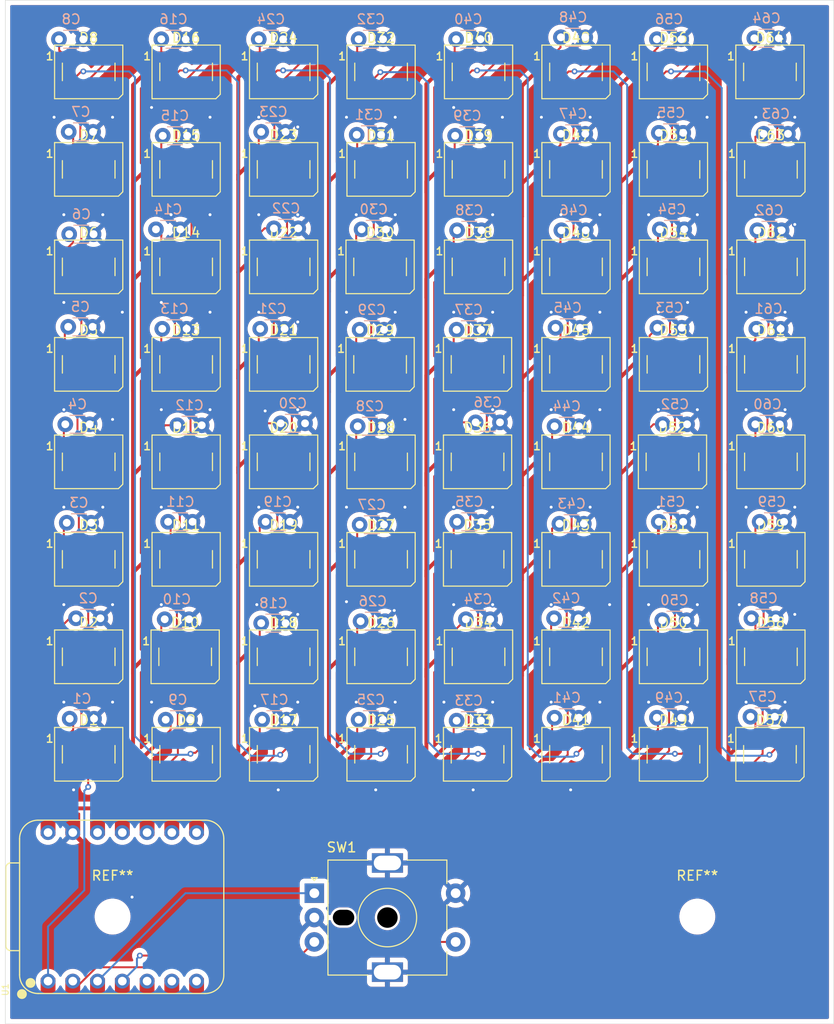
<source format=kicad_pcb>
(kicad_pcb (version 20241229) (generator "pcbnew") (generator_version "9.0")
  (layers (0 "F.Cu" signal) (2 "B.Cu" signal) (13 "F.Paste" user) (15 "B.Paste" user) (5 "F.SilkS" user "F.Silkscreen") (7 "B.SilkS" user "B.Silkscreen") (1 "F.Mask" user) (3 "B.Mask" user) (25 "Edge.Cuts" user))
  (net 0 "")
  (net 1 "Net-(D1-DOUT)")
  (net 2 "5V")
  (net 3 "Net-(D1-DIN)")
  (net 4 "GND")
  (net 5 "Net-(D10-DIN)")
  (net 6 "Net-(D10-DOUT)")
  (net 7 "Net-(D11-DOUT)")
  (net 8 "Net-(D12-DOUT)")
  (net 9 "Net-(D13-DOUT)")
  (net 10 "Net-(D14-DOUT)")
  (net 11 "Net-(D15-DOUT)")
  (net 12 "Net-(D16-DOUT)")
  (net 13 "Net-(D17-DOUT)")
  (net 14 "Net-(D18-DOUT)")
  (net 15 "Net-(D19-DOUT)")
  (net 16 "Net-(D20-DOUT)")
  (net 17 "Net-(D21-DOUT)")
  (net 18 "Net-(D22-DOUT)")
  (net 19 "Net-(D23-DOUT)")
  (net 20 "Net-(D24-DOUT)")
  (net 21 "Net-(D25-DOUT)")
  (net 22 "Net-(D26-DOUT)")
  (net 23 "Net-(D27-DOUT)")
  (net 24 "Net-(D28-DOUT)")
  (net 25 "Net-(D29-DOUT)")
  (net 26 "Net-(D30-DOUT)")
  (net 27 "Net-(D31-DOUT)")
  (net 28 "Net-(D32-DOUT)")
  (net 29 "Net-(D33-DOUT)")
  (net 30 "Net-(D34-DOUT)")
  (net 31 "Net-(D35-DOUT)")
  (net 32 "Net-(D36-DOUT)")
  (net 33 "Net-(D37-DOUT)")
  (net 34 "Net-(D38-DOUT)")
  (net 35 "Net-(D39-DOUT)")
  (net 36 "Net-(D40-DOUT)")
  (net 37 "Net-(D41-DOUT)")
  (net 38 "Net-(D42-DOUT)")
  (net 39 "Net-(D43-DOUT)")
  (net 40 "Net-(D44-DOUT)")
  (net 41 "Net-(D45-DOUT)")
  (net 42 "Net-(D46-DOUT)")
  (net 43 "Net-(D47-DOUT)")
  (net 44 "Net-(D48-DOUT)")
  (net 45 "Net-(D49-DOUT)")
  (net 46 "Net-(D50-DOUT)")
  (net 47 "Net-(D51-DOUT)")
  (net 48 "Net-(D52-DOUT)")
  (net 49 "Net-(D53-DOUT)")
  (net 50 "Net-(D54-DOUT)")
  (net 51 "Net-(D55-DOUT)")
  (net 52 "Net-(D56-DOUT)")
  (net 53 "Net-(D62-DOUT)")
  (net 54 "Net-(D63-DOUT)")
  (net 56 "ENC_SWITCH")
  (net 57 "ENC_A")
  (net 58 "ENC_B")
  (net 75 "Net-(D61-DOUT)")
  (net 76 "Net-(D60-DOUT)")
  (net 77 "Net-(D59-DOUT)")
  (net 78 "Net-(D58-DOUT)")
  (net 79 "Net-(D7-DOUT)")
  (net 80 "Net-(D6-DOUT)")
  (net 81 "Net-(D5-DOUT)")
  (net 82 "Net-(D4-DOUT)")
  (net 83 "Net-(D3-DOUT)")
  (net 84 "Net-(D2-DOUT)")
  (net 85 "Net-(D8-DOUT)")
  (net 86 "Net-(D57-DOUT)")
  (footprint "LED_SMD:LED_WS2812B_PLCC4_5.0x5.0mm_P3.2mm" (layer "F.Cu") (at 127.45 93.35)
    (property "Reference" "D33")
    (property "Value" "WS2812B")
  )
  (footprint "MountingHole:MountingHole_3.2mm_M3" (layer "F.Cu") (at 150 110)
    (property "Reference" "REF**")
    (property "Value" "MountingHole_3.2mm_M3")
  )
  (footprint "LED_SMD:LED_WS2812B_PLCC4_5.0x5.0mm_P3.2mm" (layer "F.Cu") (at 97.55 53.35)
    (property "Reference" "D13")
    (property "Value" "WS2812B")
  )
  (footprint "LED_SMD:LED_WS2812B_PLCC4_5.0x5.0mm_P3.2mm" (layer "F.Cu") (at 147.55 53.35)
    (property "Reference" "D53")
    (property "Value" "WS2812B")
  )
  (footprint "LED_SMD:LED_WS2812B_PLCC4_5.0x5.0mm_P3.2mm" (layer "F.Cu") (at 87.55 73.35)
    (property "Reference" "D3")
    (property "Value" "WS2812B")
  )
  (footprint "LED_SMD:LED_WS2812B_PLCC4_5.0x5.0mm_P3.2mm" (layer "F.Cu") (at 97.55 43.35)
    (property "Reference" "D14")
    (property "Value" "WS2812B")
  )
  (footprint "LED_SMD:LED_WS2812B_PLCC4_5.0x5.0mm_P3.2mm" (layer "F.Cu") (at 137.55 93.35)
    (property "Reference" "D41")
    (property "Value" "WS2812B")
  )
  (footprint "LED_SMD:LED_WS2812B_PLCC4_5.0x5.0mm_P3.2mm" (layer "F.Cu") (at 127.55 43.35)
    (property "Reference" "D38")
    (property "Value" "WS2812B")
  )
  (footprint "XIAO_PCB:XIAO-RP2040-DIP" (layer "F.Cu") (at 91 109 90)
    (property "Reference" "U1")
    (property "Value" "XIAO-RP2040-DIP")
  )
  (footprint "LED_SMD:LED_WS2812B_PLCC4_5.0x5.0mm_P3.2mm" (layer "F.Cu") (at 157.45 23.35)
    (property "Reference" "D64")
    (property "Value" "WS2812B")
  )
  (footprint "LED_SMD:LED_WS2812B_PLCC4_5.0x5.0mm_P3.2mm" (layer "F.Cu") (at 107.55 83.35)
    (property "Reference" "D18")
    (property "Value" "WS2812B")
  )
  (footprint "Rotary_Encoder:RotaryEncoder_Alps_EC11E-Switch_Vertical_H20mm_MountingHoles" (layer "F.Cu") (at 110.7 107.6)
    (property "Reference" "SW1")
    (property "Value" "RotaryEncoder_Switch_MP")
  )
  (footprint "LED_SMD:LED_WS2812B_PLCC4_5.0x5.0mm_P3.2mm" (layer "F.Cu") (at 147.55 73.35)
    (property "Reference" "D51")
    (property "Value" "WS2812B")
  )
  (footprint "LED_SMD:LED_WS2812B_PLCC4_5.0x5.0mm_P3.2mm" (layer "F.Cu") (at 117.55 83.35)
    (property "Reference" "D26")
    (property "Value" "WS2812B")
  )
  (footprint "LED_SMD:LED_WS2812B_PLCC4_5.0x5.0mm_P3.2mm" (layer "F.Cu") (at 97.55 33.35)
    (property "Reference" "D15")
    (property "Value" "WS2812B")
  )
  (footprint "MountingHole:MountingHole_3.2mm_M3" (layer "F.Cu") (at 90 110)
    (property "Reference" "REF**")
    (property "Value" "MountingHole_3.2mm_M3")
  )
  (footprint "LED_SMD:LED_WS2812B_PLCC4_5.0x5.0mm_P3.2mm" (layer "F.Cu") (at 87.55 33.35)
    (property "Reference" "D7")
    (property "Value" "WS2812B")
  )
  (footprint "LED_SMD:LED_WS2812B_PLCC4_5.0x5.0mm_P3.2mm" (layer "F.Cu") (at 127.45 73.35)
    (property "Reference" "D35")
    (property "Value" "WS2812B")
  )
  (footprint "LED_SMD:LED_WS2812B_PLCC4_5.0x5.0mm_P3.2mm" (layer "F.Cu") (at 147.45 63.35)
    (property "Reference" "D52")
    (property "Value" "WS2812B")
  )
  (footprint "LED_SMD:LED_WS2812B_PLCC4_5.0x5.0mm_P3.2mm" (layer "F.Cu") (at 87.55 83.35)
    (property "Reference" "D2")
    (property "Value" "WS2812B")
  )
  (footprint "LED_SMD:LED_WS2812B_PLCC4_5.0x5.0mm_P3.2mm" (layer "F.Cu") (at 117.55 93.35)
    (property "Reference" "D25")
    (property "Value" "WS2812B")
  )
  (footprint "LED_SMD:LED_WS2812B_PLCC4_5.0x5.0mm_P3.2mm" (layer "F.Cu") (at 117.55 33.35)
    (property "Reference" "D31")
    (property "Value" "WS2812B")
  )
  (footprint "LED_SMD:LED_WS2812B_PLCC4_5.0x5.0mm_P3.2mm" (layer "F.Cu") (at 107.55 93.35)
    (property "Reference" "D17")
    (property "Value" "WS2812B")
  )
  (footprint "LED_SMD:LED_WS2812B_PLCC4_5.0x5.0mm_P3.2mm" (layer "F.Cu") (at 127.45 63.35)
    (property "Reference" "D36")
    (property "Value" "WS2812B")
  )
  (footprint "LED_SMD:LED_WS2812B_PLCC4_5.0x5.0mm_P3.2mm" (layer "F.Cu") (at 107.55 63.35)
    (property "Reference" "D20")
    (property "Value" "WS2812B")
  )
  (footprint "LED_SMD:LED_WS2812B_PLCC4_5.0x5.0mm_P3.2mm" (layer "F.Cu") (at 87.55 23.35)
    (property "Reference" "D8")
    (property "Value" "WS2812B")
  )
  (footprint "LED_SMD:LED_WS2812B_PLCC4_5.0x5.0mm_P3.2mm" (layer "F.Cu") (at 157.55 43.35)
    (property "Reference" "D62")
    (property "Value" "WS2812B")
  )
  (footprint "LED_SMD:LED_WS2812B_PLCC4_5.0x5.0mm_P3.2mm" (layer "F.Cu") (at 147.55 93.35)
    (property "Reference" "D49")
    (property "Value" "WS2812B")
  )
  (footprint "LED_SMD:LED_WS2812B_PLCC4_5.0x5.0mm_P3.2mm" (layer "F.Cu") (at 157.55 73.35)
    (property "Reference" "D59")
    (property "Value" "WS2812B")
  )
  (footprint "LED_SMD:LED_WS2812B_PLCC4_5.0x5.0mm_P3.2mm" (layer "F.Cu") (at 127.45 53.35)
    (property "Reference" "D37")
    (property "Value" "WS2812B")
  )
  (footprint "LED_SMD:LED_WS2812B_PLCC4_5.0x5.0mm_P3.2mm" (layer "F.Cu") (at 107.55 33.35)
    (property "Reference" "D23")
    (property "Value" "WS2812B")
  )
  (footprint "LED_SMD:LED_WS2812B_PLCC4_5.0x5.0mm_P3.2mm" (layer "F.Cu") (at 107.55 53.35)
    (property "Reference" "D21")
    (property "Value" "WS2812B")
  )
  (footprint "LED_SMD:LED_WS2812B_PLCC4_5.0x5.0mm_P3.2mm" (layer "F.Cu") (at 97.55 93.35)
    (property "Reference" "D9")
    (property "Value" "WS2812B")
  )
  (footprint "LED_SMD:LED_WS2812B_PLCC4_5.0x5.0mm_P3.2mm" (layer "F.Cu") (at 157.55 33.35)
    (property "Reference" "D63")
    (property "Value" "WS2812B")
  )
  (footprint "LED_SMD:LED_WS2812B_PLCC4_5.0x5.0mm_P3.2mm" (layer "F.Cu") (at 137.55 83.35)
    (property "Reference" "D42")
    (property "Value" "WS2812B")
  )
  (footprint "LED_SMD:LED_WS2812B_PLCC4_5.0x5.0mm_P3.2mm" (layer "F.Cu") (at 137.55 43.35)
    (property "Reference" "D46")
    (property "Value" "WS2812B")
  )
  (footprint "LED_SMD:LED_WS2812B_PLCC4_5.0x5.0mm_P3.2mm" (layer "F.Cu") (at 97.45 83.35)
    (property "Reference" "D10")
    (property "Value" "WS2812B")
  )
  (footprint "LED_SMD:LED_WS2812B_PLCC4_5.0x5.0mm_P3.2mm" (layer "F.Cu") (at 157.45 93.35)
    (property "Reference" "D57")
    (property "Value" "WS2812B")
  )
  (footprint "LED_SMD:LED_WS2812B_PLCC4_5.0x5.0mm_P3.2mm" (layer "F.Cu") (at 127.55 83.35)
    (property "Reference" "D34")
    (property "Value" "WS2812B")
  )
  (footprint "LED_SMD:LED_WS2812B_PLCC4_5.0x5.0mm_P3.2mm" (layer "F.Cu") (at 117.55 63.35)
    (property "Reference" "D28")
    (property "Value" "WS2812B")
  )
  (footprint "LED_SMD:LED_WS2812B_PLCC4_5.0x5.0mm_P3.2mm" (layer "F.Cu") (at 87.55 53.35)
    (property "Reference" "D5")
    (property "Value" "WS2812B")
  )
  (footprint "LED_SMD:LED_WS2812B_PLCC4_5.0x5.0mm_P3.2mm" (layer "F.Cu") (at 87.55 63.35)
    (property "Reference" "D4")
    (property "Value" "WS2812B")
  )
  (footprint "LED_SMD:LED_WS2812B_PLCC4_5.0x5.0mm_P3.2mm" (layer "F.Cu") (at 97.55 23.35)
    (property "Reference" "D16")
    (property "Value" "WS2812B")
  )
  (footprint "LED_SMD:LED_WS2812B_PLCC4_5.0x5.0mm_P3.2mm" (layer "F.Cu") (at 117.55 23.35)
    (property "Reference" "D32")
    (property "Value" "WS2812B")
  )
  (footprint "LED_SMD:LED_WS2812B_PLCC4_5.0x5.0mm_P3.2mm" (layer "F.Cu") (at 137.55 73.35)
    (property "Reference" "D43")
    (property "Value" "WS2812B")
  )
  (footprint "LED_SMD:LED_WS2812B_PLCC4_5.0x5.0mm_P3.2mm" (layer "F.Cu") (at 157.55 83.35)
    (property "Reference" "D58")
    (property "Value" "WS2812B")
  )
  (footprint "LED_SMD:LED_WS2812B_PLCC4_5.0x5.0mm_P3.2mm" (layer "F.Cu") (at 117.45 43.35)
    (property "Reference" "D30")
    (property "Value" "WS2812B")
  )
  (footprint "LED_SMD:LED_WS2812B_PLCC4_5.0x5.0mm_P3.2mm" (layer "F.Cu") (at 147.55 83.35)
    (property "Reference" "D50")
    (property "Value" "WS2812B")
  )
  (footprint "LED_SMD:LED_WS2812B_PLCC4_5.0x5.0mm_P3.2mm" (layer "F.Cu") (at 117.45 53.35)
    (property "Reference" "D29")
    (property "Value" "WS2812B")
  )
  (footprint "LED_SMD:LED_WS2812B_PLCC4_5.0x5.0mm_P3.2mm" (layer "F.Cu") (at 97.55 63.35)
    (property "Reference" "D12")
    (property "Value" "WS2812B")
  )
  (footprint "LED_SMD:LED_WS2812B_PLCC4_5.0x5.0mm_P3.2mm" (layer "F.Cu") (at 107.55 73.35)
    (property "Reference" "D19")
    (property "Value" "WS2812B")
  )
  (footprint "LED_SMD:LED_WS2812B_PLCC4_5.0x5.0mm_P3.2mm" (layer "F.Cu") (at 117.55 73.35)
    (property "Reference" "D27")
    (property "Value" "WS2812B")
  )
  (footprint "LED_SMD:LED_WS2812B_PLCC4_5.0x5.0mm_P3.2mm" (layer "F.Cu") (at 137.55 53.35)
    (property "Reference" "D45")
    (property "Value" "WS2812B")
  )
  (footprint "LED_SMD:LED_WS2812B_PLCC4_5.0x5.0mm_P3.2mm" (layer "F.Cu") (at 137.55 63.35)
    (property "Reference" "D44")
    (property "Value" "WS2812B")
  )
  (footprint "LED_SMD:LED_WS2812B_PLCC4_5.0x5.0mm_P3.2mm" (layer "F.Cu") (at 157.55 53.35)
    (property "Reference" "D61")
    (property "Value" "WS2812B")
  )
  (footprint "LED_SMD:LED_WS2812B_PLCC4_5.0x5.0mm_P3.2mm" (layer "F.Cu") (at 137.55 23.35)
    (property "Reference" "D48")
    (property "Value" "WS2812B")
  )
  (footprint "LED_SMD:LED_WS2812B_PLCC4_5.0x5.0mm_P3.2mm" (layer "F.Cu") (at 97.55 73.35)
    (property "Reference" "D11")
    (property "Value" "WS2812B")
  )
  (footprint "LED_SMD:LED_WS2812B_PLCC4_5.0x5.0mm_P3.2mm" (layer "F.Cu") (at 127.55 33.35)
    (property "Reference" "D39")
    (property "Value" "WS2812B")
  )
  (footprint "LED_SMD:LED_WS2812B_PLCC4_5.0x5.0mm_P3.2mm" (layer "F.Cu") (at 87.55 43.35)
    (property "Reference" "D6")
    (property "Value" "WS2812B")
  )
  (footprint "LED_SMD:LED_WS2812B_PLCC4_5.0x5.0mm_P3.2mm" (layer "F.Cu") (at 147.55 23.35)
    (property "Reference" "D56")
    (property "Value" "WS2812B")
  )
  (footprint "LED_SMD:LED_WS2812B_PLCC4_5.0x5.0mm_P3.2mm" (layer "F.Cu") (at 87.55 93.35)
    (property "Reference" "D1")
    (property "Value" "WS2812B")
  )
  (footprint "LED_SMD:LED_WS2812B_PLCC4_5.0x5.0mm_P3.2mm" (layer "F.Cu") (at 137.55 33.35)
    (property "Reference" "D47")
    (property "Value" "WS2812B")
  )
  (footprint "LED_SMD:LED_WS2812B_PLCC4_5.0x5.0mm_P3.2mm" (layer "F.Cu") (at 147.55 33.35)
    (property "Reference" "D55")
    (property "Value" "WS2812B")
  )
  (footprint "LED_SMD:LED_WS2812B_PLCC4_5.0x5.0mm_P3.2mm" (layer "F.Cu") (at 127.55 23.35)
    (property "Reference" "D40")
    (property "Value" "WS2812B")
  )
  (footprint "LED_SMD:LED_WS2812B_PLCC4_5.0x5.0mm_P3.2mm" (layer "F.Cu") (at 107.55 23.35)
    (property "Reference" "D24")
    (property "Value" "WS2812B")
  )
  (footprint "LED_SMD:LED_WS2812B_PLCC4_5.0x5.0mm_P3.2mm" (layer "F.Cu") (at 147.55 43.35)
    (property "Reference" "D54")
    (property "Value" "WS2812B")
  )
  (footprint "LED_SMD:LED_WS2812B_PLCC4_5.0x5.0mm_P3.2mm" (layer "F.Cu") (at 157.55 63.35)
    (property "Reference" "D60")
    (property "Value" "WS2812B")
  )
  (footprint "LED_SMD:LED_WS2812B_PLCC4_5.0x5.0mm_P3.2mm" (layer "F.Cu") (at 107.55 43.35)
    (property "Reference" "D22")
    (property "Value" "WS2812B")
  )
  (footprint "Capacitor_THT:C_Disc_D3.0mm_W1.6mm_P2.50mm" (layer "B.Cu") (at 148.65 39.5 180)
    (property "Reference" "C54")
    (property "Value" "100n")
  )
  (footprint "Capacitor_THT:C_Disc_D3.0mm_W1.6mm_P2.50mm" (layer "B.Cu") (at 158.05 79.4 180)
    (property "Reference" "C58")
    (property "Value" "100n")
  )
  (footprint "Capacitor_THT:C_Disc_D3.0mm_W1.6mm_P2.50mm" (layer "B.Cu") (at 128.75 79.5 180)
    (property "Reference" "C34")
    (property "Value" "100n")
  )
  (footprint "Capacitor_THT:C_Disc_D3.0mm_W1.6mm_P2.50mm" (layer "B.Cu") (at 127.75 20 180)
    (property "Reference" "C40")
    (property "Value" "100n")
  )
  (footprint "Capacitor_THT:C_Disc_D3.0mm_W1.6mm_P2.50mm" (layer "B.Cu") (at 159.3 29.7 180)
    (property "Reference" "C63")
    (property "Value" "100n")
  )
  (footprint "Capacitor_THT:C_Disc_D3.0mm_W1.6mm_P2.50mm" (layer "B.Cu") (at 108.2 69.5 180)
    (property "Reference" "C19")
    (property "Value" "100n")
  )
  (footprint "Capacitor_THT:C_Disc_D3.0mm_W1.6mm_P2.50mm" (layer "B.Cu") (at 87 20 180)
    (property "Reference" "C8")
    (property "Value" "100n")
  )
  (footprint "Capacitor_THT:C_Disc_D3.0mm_W1.6mm_P2.50mm" (layer "B.Cu") (at 157.95 89.5 180)
    (property "Reference" "C57")
    (property "Value" "100n")
  )
  (footprint "Capacitor_THT:C_Disc_D3.0mm_W1.6mm_P2.50mm" (layer "B.Cu") (at 117.75 20 180)
    (property "Reference" "C32")
    (property "Value" "100n")
  )
  (footprint "Capacitor_THT:C_Disc_D3.0mm_W1.6mm_P2.50mm" (layer "B.Cu") (at 137.95 49.6 180)
    (property "Reference" "C45")
    (property "Value" "100n")
  )
  (footprint "Capacitor_THT:C_Disc_D3.0mm_W1.6mm_P2.50mm" (layer "B.Cu") (at 99.15 59.6 180)
    (property "Reference" "C12")
    (property "Value" "100n")
  )
  (footprint "Capacitor_THT:C_Disc_D3.0mm_W1.6mm_P2.50mm" (layer "B.Cu") (at 96.95 39.5 180)
    (property "Reference" "C14")
    (property "Value" "100n")
  )
  (footprint "Capacitor_THT:C_Disc_D3.0mm_W1.6mm_P2.50mm" (layer "B.Cu") (at 87.8 69.6 180)
    (property "Reference" "C3")
    (property "Value" "100n")
  )
  (footprint "Capacitor_THT:C_Disc_D3.0mm_W1.6mm_P2.50mm" (layer "B.Cu") (at 97.65 29.9 180)
    (property "Reference" "C15")
    (property "Value" "100n")
  )
  (footprint "Capacitor_THT:C_Disc_D3.0mm_W1.6mm_P2.50mm" (layer "B.Cu") (at 158.65 39.6 180)
    (property "Reference" "C62")
    (property "Value" "100n")
  )
  (footprint "Capacitor_THT:C_Disc_D3.0mm_W1.6mm_P2.50mm" (layer "B.Cu") (at 148.35 89.6 180)
    (property "Reference" "C49")
    (property "Value" "100n")
  )
  (footprint "Capacitor_THT:C_Disc_D3.0mm_W1.6mm_P2.50mm" (layer "B.Cu") (at 97.85 79.5 180)
    (property "Reference" "C10")
    (property "Value" "100n")
  )
  (footprint "Capacitor_THT:C_Disc_D3.0mm_W1.6mm_P2.50mm" (layer "B.Cu") (at 138.5 19.8 180)
    (property "Reference" "C48")
    (property "Value" "100n")
  )
  (footprint "Capacitor_THT:C_Disc_D3.0mm_W1.6mm_P2.50mm" (layer "B.Cu") (at 117.75 89.8 180)
    (property "Reference" "C25")
    (property "Value" "100n")
  )
  (footprint "Capacitor_THT:C_Disc_D3.0mm_W1.6mm_P2.50mm" (layer "B.Cu") (at 107.75 79.9 180)
    (property "Reference" "C18")
    (property "Value" "100n")
  )
  (footprint "Capacitor_THT:C_Disc_D3.0mm_W1.6mm_P2.50mm" (layer "B.Cu") (at 158.9 69.5 180)
    (property "Reference" "C59")
    (property "Value" "100n")
  )
  (footprint "Capacitor_THT:C_Disc_D3.0mm_W1.6mm_P2.50mm" (layer "B.Cu") (at 97.6 49.7 180)
    (property "Reference" "C13")
    (property "Value" "100n")
  )
  (footprint "Capacitor_THT:C_Disc_D3.0mm_W1.6mm_P2.50mm" (layer "B.Cu") (at 148.95 59.5 180)
    (property "Reference" "C52")
    (property "Value" "100n")
  )
  (footprint "Capacitor_THT:C_Disc_D3.0mm_W1.6mm_P2.50mm" (layer "B.Cu") (at 117.65 59.7 180)
    (property "Reference" "C28")
    (property "Value" "100n")
  )
  (footprint "Capacitor_THT:C_Disc_D3.0mm_W1.6mm_P2.50mm" (layer "B.Cu") (at 88.1 89.7 180)
    (property "Reference" "C1")
    (property "Value" "100n")
  )
  (footprint "Capacitor_THT:C_Disc_D3.0mm_W1.6mm_P2.50mm" (layer "B.Cu") (at 88.05 40 180)
    (property "Reference" "C6")
    (property "Value" "100n")
  )
  (footprint "Capacitor_THT:C_Disc_D3.0mm_W1.6mm_P2.50mm" (layer "B.Cu") (at 138.55 39.6 180)
    (property "Reference" "C46")
    (property "Value" "100n")
  )
  (footprint "Capacitor_THT:C_Disc_D3.0mm_W1.6mm_P2.50mm" (layer "B.Cu") (at 137.85 89.6 180)
    (property "Reference" "C41")
    (property "Value" "100n")
  )
  (footprint "Capacitor_THT:C_Disc_D3.0mm_W1.6mm_P2.50mm" (layer "B.Cu") (at 117.85 49.8 180)
    (property "Reference" "C29")
    (property "Value" "100n")
  )
  (footprint "Capacitor_THT:C_Disc_D3.0mm_W1.6mm_P2.50mm" (layer "B.Cu") (at 148.55 69.5 180)
    (property "Reference" "C51")
    (property "Value" "100n")
  )
  (footprint "Capacitor_THT:C_Disc_D3.0mm_W1.6mm_P2.50mm" (layer "B.Cu") (at 107.75 29.5 180)
    (property "Reference" "C23")
    (property "Value" "100n")
  )
  (footprint "Capacitor_THT:C_Disc_D3.0mm_W1.6mm_P2.50mm" (layer "B.Cu") (at 138.5 29.7 180)
    (property "Reference" "C47")
    (property "Value" "100n")
  )
  (footprint "Capacitor_THT:C_Disc_D3.0mm_W1.6mm_P2.50mm" (layer "B.Cu") (at 148.35 20 180)
    (property "Reference" "C56")
    (property "Value" "100n")
  )
  (footprint "Capacitor_THT:C_Disc_D3.0mm_W1.6mm_P2.50mm" (layer "B.Cu") (at 107.85 89.8 180)
    (property "Reference" "C17")
    (property "Value" "100n")
  )
  (footprint "Capacitor_THT:C_Disc_D3.0mm_W1.6mm_P2.50mm" (layer "B.Cu") (at 137.85 59.7 180)
    (property "Reference" "C44")
    (property "Value" "100n")
  )
  (footprint "Capacitor_THT:C_Disc_D3.0mm_W1.6mm_P2.50mm" (layer "B.Cu") (at 148.4 49.6 180)
    (property "Reference" "C53")
    (property "Value" "100n")
  )
  (footprint "Capacitor_THT:C_Disc_D3.0mm_W1.6mm_P2.50mm" (layer "B.Cu") (at 98.2 69.5 180)
    (property "Reference" "C11")
    (property "Value" "100n")
  )
  (footprint "Capacitor_THT:C_Disc_D3.0mm_W1.6mm_P2.50mm" (layer "B.Cu") (at 109.05 39.4 180)
    (property "Reference" "C22")
    (property "Value" "100n")
  )
  (footprint "Capacitor_THT:C_Disc_D3.0mm_W1.6mm_P2.50mm" (layer "B.Cu") (at 158.45 59.5 180)
    (property "Reference" "C60")
    (property "Value" "100n")
  )
  (footprint "Capacitor_THT:C_Disc_D3.0mm_W1.6mm_P2.50mm" (layer "B.Cu") (at 127.85 39.6 180)
    (property "Reference" "C38")
    (property "Value" "100n")
  )
  (footprint "Capacitor_THT:C_Disc_D3.0mm_W1.6mm_P2.50mm" (layer "B.Cu") (at 137.8 79.4 180)
    (property "Reference" "C42")
    (property "Value" "100n")
  )
  (footprint "Capacitor_THT:C_Disc_D3.0mm_W1.6mm_P2.50mm" (layer "B.Cu") (at 118.05 39.5 180)
    (property "Reference" "C30")
    (property "Value" "100n")
  )
  (footprint "Capacitor_THT:C_Disc_D3.0mm_W1.6mm_P2.50mm" (layer "B.Cu") (at 88.75 79.4 180)
    (property "Reference" "C2")
    (property "Value" "100n")
  )
  (footprint "Capacitor_THT:C_Disc_D3.0mm_W1.6mm_P2.50mm" (layer "B.Cu") (at 117.95 79.7 180)
    (property "Reference" "C26")
    (property "Value" "100n")
  )
  (footprint "Capacitor_THT:C_Disc_D3.0mm_W1.6mm_P2.50mm" (layer "B.Cu") (at 97.5 20 180)
    (property "Reference" "C16")
    (property "Value" "100n")
  )
  (footprint "Capacitor_THT:C_Disc_D3.0mm_W1.6mm_P2.50mm" (layer "B.Cu") (at 127.65 29.9 180)
    (property "Reference" "C39")
    (property "Value" "100n")
  )
  (footprint "Capacitor_THT:C_Disc_D3.0mm_W1.6mm_P2.50mm" (layer "B.Cu") (at 107.65 49.7 180)
    (property "Reference" "C21")
    (property "Value" "100n")
  )
  (footprint "Capacitor_THT:C_Disc_D3.0mm_W1.6mm_P2.50mm" (layer "B.Cu") (at 88 29.5 180)
    (property "Reference" "C7")
    (property "Value" "100n")
  )
  (footprint "Capacitor_THT:C_Disc_D3.0mm_W1.6mm_P2.50mm" (layer "B.Cu") (at 109.75 59.4 180)
    (property "Reference" "C20")
    (property "Value" "100n")
  )
  (footprint "Capacitor_THT:C_Disc_D3.0mm_W1.6mm_P2.50mm" (layer "B.Cu") (at 87.65 59.5 180)
    (property "Reference" "C4")
    (property "Value" "100n")
  )
  (footprint "Capacitor_THT:C_Disc_D3.0mm_W1.6mm_P2.50mm" (layer "B.Cu") (at 158.35 19.9 180)
    (property "Reference" "C64")
    (property "Value" "100n")
  )
  (footprint "Capacitor_THT:C_Disc_D3.0mm_W1.6mm_P2.50mm" (layer "B.Cu") (at 117.85 69.8 180)
    (property "Reference" "C27")
    (property "Value" "100n")
  )
  (footprint "Capacitor_THT:C_Disc_D3.0mm_W1.6mm_P2.50mm" (layer "B.Cu") (at 127.85 69.5 180)
    (property "Reference" "C35")
    (property "Value" "100n")
  )
  (footprint "Capacitor_THT:C_Disc_D3.0mm_W1.6mm_P2.50mm" (layer "B.Cu") (at 127.8 49.8 180)
    (property "Reference" "C37")
    (property "Value" "100n")
  )
  (footprint "Capacitor_THT:C_Disc_D3.0mm_W1.6mm_P2.50mm" (layer "B.Cu") (at 138.35 69.7 180)
    (property "Reference" "C43")
    (property "Value" "100n")
  )
  (footprint "Capacitor_THT:C_Disc_D3.0mm_W1.6mm_P2.50mm" (layer "B.Cu") (at 107.5 20 180)
    (property "Reference" "C24")
    (property "Value" "100n")
  )
  (footprint "Capacitor_THT:C_Disc_D3.0mm_W1.6mm_P2.50mm" (layer "B.Cu") (at 97.95 89.8 180)
    (property "Reference" "C9")
    (property "Value" "100n")
  )
  (footprint "Capacitor_THT:C_Disc_D3.0mm_W1.6mm_P2.50mm" (layer "B.Cu") (at 127.8 89.9 180)
    (property "Reference" "C33")
    (property "Value" "100n")
  )
  (footprint "Capacitor_THT:C_Disc_D3.0mm_W1.6mm_P2.50mm" (layer "B.Cu") (at 87.95 49.5 180)
    (property "Reference" "C5")
    (property "Value" "100n")
  )
  (footprint "Capacitor_THT:C_Disc_D3.0mm_W1.6mm_P2.50mm" (layer "B.Cu") (at 148.9 79.6 180)
    (property "Reference" "C50")
    (property "Value" "100n")
  )
  (footprint "Capacitor_THT:C_Disc_D3.0mm_W1.6mm_P2.50mm" (layer "B.Cu") (at 158.55 49.7 180)
    (property "Reference" "C61")
    (property "Value" "100n")
  )
  (footprint "Capacitor_THT:C_Disc_D3.0mm_W1.6mm_P2.50mm" (layer "B.Cu") (at 148.55 29.6 180)
    (property "Reference" "C55")
    (property "Value" "100n")
  )
  (footprint "Capacitor_THT:C_Disc_D3.0mm_W1.6mm_P2.50mm" (layer "B.Cu") (at 129.75 59.3 180)
    (property "Reference" "C36")
    (property "Value" "100n")
  )
  (footprint "Capacitor_THT:C_Disc_D3.0mm_W1.6mm_P2.50mm" (layer "B.Cu") (at 117.55 29.8 180)
    (property "Reference" "C31")
    (property "Value" "100n")
  )
  (gr_rect (start 79 16) (end 164 121) (stroke (width 0.05)) (fill no) (layer "Edge.Cuts"))
  (segment (start 86.8 84.9) (end 86.8 93.3) (width 0.2) (layer "F.Cu") (net 1))
  (segment (start 86.8 93.3) (end 85.1 95) (width 0.2) (layer "F.Cu") (net 1))
  (segment (start 90 81.7) (end 86.8 84.9) (width 0.2) (layer "F.Cu") (net 1))
  (segment (start 112.2 64.6) (end 115.1 61.7) (width 0.4) (layer "F.Cu") (net 2))
  (segment (start 105 31.6) (end 105.1 31.7) (width 0.2) (layer "F.Cu") (net 2))
  (segment (start 135.1 51.7) (end 135.1 51.6) (width 0.2) (layer "F.Cu") (net 2))
  (segment (start 125 61.7) (end 125 60) (width 0.2) (layer "F.Cu") (net 2))
  (segment (start 145.1 71.7) (end 145.96 70.84) (width 0.2) (layer "F.Cu") (net 2))
  (segment (start 92.1 36.2) (end 92.1 34.7) (width 0.4) (layer "F.Cu") (net 2))
  (segment (start 102.9 74.2) (end 102.9 64.5) (width 0.4) (layer "F.Cu") (net 2))
  (segment (start 155.96 70.84) (end 155.96 70) (width 0.2) (layer "F.Cu") (net 2))
  (segment (start 102.9 98.9) (end 102.9 94.1) (width 0.4) (layer "F.Cu") (net 2))
  (segment (start 153.2 64.2) (end 153.2 63.6) (width 0.4) (layer "F.Cu") (net 2))
  (segment (start 145.96 20) (end 145.96 20.84) (width 0.2) (layer "F.Cu") (net 2))
  (segment (start 142.1 56.1) (end 142.1 46) (width 0.4) (layer "F.Cu") (net 2))
  (segment (start 127.25 59.3) (end 125.7 59.3) (width 0.2) (layer "F.Cu") (net 2))
  (segment (start 142.1 36.9) (end 142.1 34.7) (width 0.4) (layer "F.Cu") (net 2))
  (segment (start 85.96 90) (end 85.96 90.84) (width 0.2) (layer "F.Cu") (net 2))
  (segment (start 153.2 23.5) (end 155 21.7) (width 0.4) (layer "F.Cu") (net 2))
  (segment (start 112.2 44.5) (end 115 41.7) (width 0.4) (layer "F.Cu") (net 2))
  (segment (start 92.1 45.7) (end 92.1 44.7) (width 0.4) (layer "F.Cu") (net 2))
  (segment (start 82.5 24.3) (end 85.1 21.7) (width 0.4) (layer "F.Cu") (net 2))
  (segment (start 92.1 84.6) (end 95 81.7) (width 0.4) (layer "F.Cu") (net 2))
  (segment (start 82.5 75.2) (end 82.5 74.3) (width 0.4) (layer "F.Cu") (net 2))
  (segment (start 92.1 75.1) (end 92.1 74.7) (width 0.4) (layer "F.Cu") (net 2))
  (segment (start 132 75.5) (end 132 74.8) (width 0.4) (layer "F.Cu") (net 2))
  (segment (start 102.9 63.9) (end 105.1 61.7) (width 0.4) (layer "F.Cu") (net 2))
  (segment (start 115.1 81.7) (end 115.1 80.1) (width 0.2) (layer "F.Cu") (net 2))
  (segment (start 82.5 86.4) (end 82.5 84.3) (width 0.4) (layer "F.Cu") (net 2))
  (segment (start 105 60) (end 105 61.6) (width 0.2) (layer "F.Cu") (net 2))
  (segment (start 153.2 73.6) (end 155.1 71.7) (width 0.4) (layer "F.Cu") (net 2))
  (segment (start 82.5 44.3) (end 85.1 41.7) (width 0.4) (layer "F.Cu") (net 2))
  (segment (start 153.2 44.1) (end 153.2 34.5) (width 0.4) (layer "F.Cu") (net 2))
  (segment (start 135.1 71.7) (end 135.1 70.2) (width 0.2) (layer "F.Cu") (net 2))
  (segment (start 85.96 40.84) (end 85.1 41.7) (width 0.2) (layer "F.Cu") (net 2))
  (segment (start 115.1 31.7) (end 115.1 30.1) (width 0.2) (layer "F.Cu") (net 2))
  (segment (start 95 81.7) (end 95 80.1) (width 0.2) (layer "F.Cu") (net 2))
  (segment (start 95.96 70.84) (end 95.1 71.7) (width 0.2) (layer "F.Cu") (net 2))
  (segment (start 132 84.8) (end 135.1 81.7) (width 0.4) (layer "F.Cu") (net 2))
  (segment (start 132 75.5) (end 132 65.8) (width 0.4) (layer "F.Cu") (net 2))
  (segment (start 142.1 85.7) (end 142.1 76.2) (width 0.4) (layer "F.Cu") (net 2))
  (segment (start 105.6 39.4) (end 106.55 39.4) (width 0.2) (layer "F.Cu") (net 2))
  (segment (start 112.2 95) (end 112.2 94.6) (width 0.4) (layer "F.Cu") (net 2))
  (segment (start 153.2 74.5) (end 153.2 64.2) (width 0.4) (layer "F.Cu") (net 2))
  (segment (start 85.1 51.7) (end 85.1 50.1) (width 0.2) (layer "F.Cu") (net 2))
  (segment (start 135.6 69.7) (end 135.1 70.2) (width 0.2) (layer "F.Cu") (net 2))
  (segment (start 82.5 44.5) (end 82.5 34.6) (width 0.4) (layer "F.Cu") (net 2))
  (segment (start 142.1 56.1) (end 142.1 54.7) (width 0.4) (layer "F.Cu") (net 2))
  (segment (start 92.1 56.1) (end 92.1 54.7) (width 0.4) (layer "F.Cu") (net 2))
  (segment (start 135.96 20.84) (end 135.96 20) (width 0.2) (layer "F.Cu") (net 2))
  (segment (start 145.96 80.84) (end 145.96 80) (width 0.2) (layer "F.Cu") (net 2))
  (segment (start 145.1 50.4) (end 145.1 51.7) (width 0.2) (layer "F.Cu") (net 2))
  (segment (start 125.1 30.1) (end 125 30) (width 0.2) (layer "F.Cu") (net 2))
  (segment (start 153.2 34.5) (end 153.2 33.6) (width 0.4) (layer "F.Cu") (net 2))
  (segment (start 122.2 44.6) (end 122.2 46.5) (width 0.4) (layer "F.Cu") (net 2))
  (segment (start 145.9 49.6) (end 145.1 50.4) (width 0.2) (layer "F.Cu") (net 2))
  (segment (start 112.2 74.6) (end 112.2 64.9) (width 0.4) (layer "F.Cu") (net 2))
  (segment (start 92.1 98.9) (end 102.9 98.9) (width 0.4) (layer "F.Cu") (net 2))
  (segment (start 146.05 70.75) (end 145.1 71.7) (width 0.2) (layer "F.Cu") (net 2))
  (segment (start 153.2 93.8) (end 153.2 93.5) (width 0.4) (layer "F.Cu") (net 2))
  (segment (start 102.9 74.2) (end 102.9 73.9) (width 0.4) (layer "F.Cu") (net 2))
  (segment (start 105 50) (end 105 51.6) (width 0.2) (layer "F.Cu") (net 2))
  (segment (start 142.1 36.9) (end 142.1 24.7) (width 0.4) (layer "F.Cu") (net 2))
  (segment (start 82.5 34.6) (end 82.5 24.3) (width 0.4) (layer "F.Cu") (net 2))
  (segment (start 125 50) (end 125 51.7) (width 0.2) (layer "F.Cu") (net 2))
  (segment (start 132 85.3) (end 132 75.5) (width 0.4) (layer "F.Cu") (net 2))
  (segment (start 122.2 75.1) (end 122.2 74.5) (width 0.4) (layer "F.Cu") (net 2))
  (segment (start 112.2 84.6) (end 115.1 81.7) (width 0.4) (layer "F.Cu") (net 2))
  (segment (start 155.1 41.7) (end 155.96 40.84) (width 0.2) (layer "F.Cu") (net 2))
  (segment (start 145.96 90.84) (end 145.96 90) (width 0.2) (layer "F.Cu") (net 2))
  (segment (start 146.05 69.5) (end 146.05 70.75) (width 0.2) (layer "F.Cu") (net 2))
  (segment (start 122.2 55.9) (end 122.2 54.5) (width 0.4) (layer "F.Cu") (net 2))
  (segment (start 82.5 65.8) (end 82.5 58.3) (width 0.4) (layer "F.Cu") (net 2))
  (segment (start 132 64.8) (end 135.1 61.7) (width 0.4) (layer "F.Cu") (net 2))
  (segment (start 82.5 58.3) (end 82.5 54.3) (width 0.4) (layer "F.Cu") (net 2))
  (segment (start 102.9 94.1) (end 102.9 93.9) (width 0.4) (layer "F.Cu") (net 2))
  (segment (start 132 24.8) (end 135.1 21.7) (width 0.4) (layer "F.Cu") (net 2))
  (segment (start 155.96 90) (end 155.96 90.74) (width 0.2) (layer "F.Cu") (net 2))
  (segment (start 153.2 34.5) (end 153.2 23.5) (width 0.4) (layer "F.Cu") (net 2))
  (segment (start 115 60) (end 115 61.6) (width 0.2) (layer "F.Cu") (net 2))
  (segment (start 102.9 84.1) (end 102.9 74.2) (width 0.4) (layer "F.Cu") (net 2))
  (segment (start 112.2 24.6) (end 115.1 21.7) (width 0.4) (layer "F.Cu") (net 2))
  (segment (start 95 40.1) (end 95 41.6) (width 0.2) (layer "F.Cu") (net 2))
  (segment (start 105.1 20.1) (end 105 20) (width 0.2) (layer "F.Cu") (net 2))
  (segment (start 102.9 34.4) (end 102.9 23.9) (width 0.4) (layer "F.Cu") (net 2))
  (segment (start 153.2 84.1) (end 153.2 74.5) (width 0.4) (layer "F.Cu") (net 2))
  (segment (start 95.4 59.6) (end 95 60) (width 0.2) (layer "F.Cu") (net 2))
  (segment (start 92.1 85.1) (end 92.1 75.1) (width 0.4) (layer "F.Cu") (net 2))
  (segment (start 92.1 85.1) (end 92.1 84.6) (width 0.4) (layer "F.Cu") (net 2))
  (segment (start 125 41.6) (end 125.1 41.7) (width 0.2) (layer "F.Cu") (net 2))
  (segment (start 82.5 93.5) (end 82.5 93.3) (width 0.4) (layer "F.Cu") (net 2))
  (segment (start 85 60) (end 85 61.6) (width 0.2) (layer "F.Cu") (net 2))
  (segment (start 102.9 83.9) (end 105.1 81.7) (width 0.4) (layer "F.Cu") (net 2))
  (segment (start 153.2 83.6) (end 155.1 81.7) (width 0.4) (layer "F.Cu") (net 2))
  (segment (start 156.5 30) (end 155.96 30) (width 0.2) (layer "F.Cu") (net 2))
  (segment (start 122.2 85.4) (end 122.2 84.6) (width 0.4) (layer "F.Cu") (net 2))
  (segment (start 122.2 64.5) (end 125 61.7) (width 0.4) (layer "F.Cu") (net 2))
  (segment (start 122.2 85.4) (end 122.2 75.1) (width 0.4) (layer "F.Cu") (net 2))
  (segment (start 95 60) (end 95 61.6) (width 0.2) (layer "F.Cu") (net 2))
  (segment (start 84.52 20) (end 84.52 21.12) (width 0.2) (layer "F.Cu") (net 2))
  (segment (start 85.96 30.84) (end 85.96 30) (width 0.2) (layer "F.Cu") (net 2))
  (segment (start 142.1 65.3) (end 142.1 56.1) (width 0.4) (layer "F.Cu") (net 2))
  (segment (start 112.2 34.8) (end 112.2 34.6) (width 0.4) (layer "F.Cu") (net 2))
  (segment (start 112.2 34.8) (end 112.2 24.6) (width 0.4) (layer "F.Cu") (net 2))
  (segment (start 132 38.2) (end 132 34.8) (width 0.4) (layer "F.Cu") (net 2))
  (segment (start 153.2 74.5) (end 153.2 73.6) (width 0.4) (layer "F.Cu") (net 2))
  (segment (start 115.1 71.7) (end 115.1 70.1) (width 0.2) (layer "F.Cu") (net 2))
  (segment (start 105 40) (end 105.6 39.4) (width 0.2) (layer "F.Cu") (net 2))
  (segment (start 112.2 56.2) (end 112.2 45.9) (width 0.4) (layer "F.Cu") (net 2))
  (segment (start 115.1 30.1) (end 115 30) (width 0.2) (layer "F.Cu") (net 2))
  (segment (start 85 70) (end 85 71.6) (width 0.2) (layer "F.Cu") (net 2))
  (segment (start 105.1 81.7) (end 105.1 80.1) (width 0.2) (layer "F.Cu") (net 2))
  (segment (start 153.2 63.6) (end 155.1 61.7) (width 0.4) (layer "F.Cu") (net 2))
  (segment (start 132 46.3) (end 132 44.8) (width 0.4) (layer "F.Cu") (net 2))
  (segment (start 135 80) (end 135 81.6) (width 0.2) (layer "F.Cu") (net 2))
  (segment (start 135.85 69.7) (end 135.6 69.7) (width 0.2) (layer "F.Cu") (net 2))
  (segment (start 122.2 24.6) (end 125.1 21.7) (width 0.4) (layer "F.Cu") (net 2))
  (segment (start 135.1 61.7) (end 135.1 60.1) (width 0.2) (layer "F.Cu") (net 2))
  (segment (start 102.9 94.1) (end 102.9 84.1) (width 0.4) (layer "F.Cu") (net 2))
  (segment (start 135.96 30.84) (end 135.96 30) (width 0.2) (layer "F.Cu") (net 2))
  (segment (start 132 65.8) (end 132 64.8) (width 0.4) (layer "F.Cu") (net 2))
  (segment (start 135.1 21.7) (end 135.96 20.84) (width 0.2) (layer "F.Cu") (net 2))
  (segment (start 145.96 30) (end 145.96 30.84) (width 0.2) (layer "F.Cu") (net 2))
  (segment (start 142.1 94.7) (end 145.1 91.7) (width 0.4) (layer "F.Cu") (net 2))
  (segment (start 112.2 85.6) (end 112.2 74.6) (width 0.4) (layer "F.Cu") (net 2))
  (segment (start 85 61.6) (end 85.1 61.7) (width 0.2) (layer "F.Cu") (net 2))
  (segment (start 122.2 46.5) (end 122.2 35.7) (width 0.4) (layer "F.Cu") (net 2))
  (segment (start 135.1 90.1) (end 135 90) (width 0.2) (layer "F.Cu") (net 2))
  (segment (start 102.9 93.9) (end 105.1 91.7) (width 0.4) (layer "F.Cu") (net 2))
  (segment (start 142.1 34.7) (end 145.1 31.7) (width 0.4) (layer "F.Cu") (net 2))
  (segment (start 92.1 64.7) (end 95.1 61.7) (width 0.4) (layer "F.Cu") (net 2))
  (segment (start 94.45 39.55) (end 95 40.1) (width 0.2) (layer "F.Cu") (net 2))
  (segment (start 112.2 45.9) (end 112.2 44.5) (width 0.4) (layer "F.Cu") (net 2))
  (segment (start 122.2 95.9) (end 122.2 94.5) (width 0.4) (layer "F.Cu") (net 2))
  (segment (start 112.2 94.6) (end 115.1 91.7) (width 0.4) (layer "F.Cu") (net 2))
  (segment (start 92.1 94.7) (end 95.1 91.7) (width 0.4) (layer "F.Cu") (net 2))
  (segment (start 82.5 34.6) (end 82.5 34.3) (width 0.4) (layer "F.Cu") (net 2))
  (segment (start 126.25 79.5) (end 125.1 80.65) (width 0.2) (layer "F.Cu") (net 2))
  (segment (start 132 95.4) (end 132 94.8) (width 0.4) (layer "F.Cu") (net 2))
  (segment (start 135 81.6) (end 135.1 81.7) (width 0.2) (layer "F.Cu") (net 2))
  (segment (start 142.1 76.2) (end 142.1 65.3) (width 0.4) (layer "F.Cu") (net 2))
  (segment (start 95.96 90.84) (end 95.96 90) (width 0.2) (layer "F.Cu") (net 2))
  (segment (start 96.65 59.6) (end 95.4 59.6) (width 0.2) (layer "F.Cu") (net 2))
  (segment (start 142.1 85.7) (end 142.1 84.7) (width 0.4) (layer "F.Cu") (net 2))
  (segment (start 142.1 95.4) (end 142.1 94.7) (width 0.4) (layer "F.Cu") (net 2))
  (segment (start 153.2 93.5) (end 155 91.7) (width 0.4) (layer "F.Cu") (net 2))
  (segment (start 122.2 34.6) (end 125.1 31.7) (width 0.4) (layer "F.Cu") (net 2))
  (segment (start 95 61.6) (end 95.1 61.7) (width 0.2) (layer "F.Cu") (net 2))
  (segment (start 95 50) (end 95 51.6) (width 0.2) (layer "F.Cu") (net 2))
  (segment (start 102.9 33.9) (end 105.1 31.7) (width 0.4) (layer "F.Cu") (net 2))
  (segment (start 155.1 71.7) (end 155.96 70.84) (width 0.2) (layer "F.Cu") (net 2))
  (segment (start 92.1 98.9) (end 84.655 98.9) (width 0.4) (layer "F.Cu") (net 2))
  (segment (start 85.96 90.84) (end 85.1 91.7) (width 0.2) (layer "F.Cu") (net 2))
  (segment (start 95 20) (end 95 21.6) (width 0.2) (layer "F.Cu") (net 2))
  (segment (start 82.5 96.745) (end 82.5 93.5) (width 0.4) (layer "F.Cu") (net 2))
  (segment (start 115 40) (end 115 41.7) (width 0.2) (layer "F.Cu") (net 2))
  (segment (start 112.2 95) (end 112.2 85.6) (width 0.4) (layer "F.Cu") (net 2))
  (segment (start 112.2 74.6) (end 115.1 71.7) (width 0.4) (layer "F.Cu") (net 2))
  (segment (start 82.5 96.745) (end 82.5 97.5) (width 0.4) (layer "F.Cu") (net 2))
  (segment (start 85 71.6) (end 85.1 71.7) (width 0.2) (layer "F.Cu") (net 2))
  (segment (start 92.1 54.7) (end 95.1 51.7) (width 0.4) (layer "F.Cu") (net 2))
  (segment (start 82.5 74.3) (end 85.1 71.7) (width 0.4) (layer "F.Cu") (net 2))
  (segment (start 92.1 64.7) (end 92.1 56.1) (width 0.4) (layer "F.Cu") (net 2))
  (segment (start 95.96 70) (end 95.96 70.84) (width 0.2) (layer "F.Cu") (net 2))
  (segment (start 84.52 21.12) (end 85.1 21.7) (width 0.2) (layer "F.Cu") (net 2))
  (segment (start 85.1 31.7) (end 85.96 30.84) (width 0.2) (layer "F.Cu") (net 2))
  (segment (start 155.96 80.84) (end 155.96 80) (width 0.2) (layer "F.Cu") (net 2))
  (segment (start 142.1 44.7) (end 145.1 41.7) (width 0.4) (layer "F.Cu") (net 2))
  (segment (start 142.1 98.9) (end 152.1 98.9) (width 0.4) (layer "F.Cu") (net 2))
  (segment (start 105 51.6) (end 105.1 51.7) (width 0.2) (layer "F.Cu") (net 2))
  (segment (start 142.1 54.7) (end 145.1 51.7) (width 0.4) (layer "F.Cu") (net 2))
  (segment (start 142.1 84.7) (end 145.1 81.7) (width 0.4) (layer "F.Cu") (net 2))
  (segment (start 92.1 36.2) (end 92.1 24.7) (width 0.4) (layer "F.Cu") (net 2))
  (segment (start 85 81.6) (end 85.1 81.7) (width 0.2) (layer "F.Cu") (net 2))
  (segment (start 155.96 40.84) (end 155.96 40) (width 0.2) (layer "F.Cu") (net 2))
  (segment (start 122.2 74.5) (end 125 71.7) (width 0.4) (layer "F.Cu") (net 2))
  (segment (start 95 41.6) (end 95.1 41.7) (width 0.2) (layer "F.Cu") (net 2))
  (segment (start 135.1 91.7) (end 135.1 90.1) (width 0.2) (layer "F.Cu") (net 2))
  (segment (start 142.1 46) (end 142.1 44.7) (width 0.4) (layer "F.Cu") (net 2))
  (segment (start 85.96 40) (end 85.96 40.84) (width 0.2) (layer "F.Cu") (net 2))
  (segment (start 153.2 54.2) (end 153.2 53.6) (width 0.4) (layer "F.Cu") (net 2))
  (segment (start 142.1 64.6) (end 145 61.7) (width 0.4) (layer "F.Cu") (net 2))
  (segment (start 142.1 46) (end 142.1 36.9) (width 0.4) (layer "F.Cu") (net 2))
  (segment (start 135.96 40.84) (end 135.96 40) (width 0.2) (layer "F.Cu") (net 2))
  (segment (start 132 38.2) (end 132 24.8) (width 0.4) (layer "F.Cu") (net 2))
  (segment (start 122.2 65.8) (end 122.2 55.9) (width 0.4) (layer "F.Cu") (net 2))
  (segment (start 84.1 91.7) (end 85.1 91.7) (width 0.4) (layer "F.Cu") (net 2))
  (segment (start 122.2 65.8) (end 122.2 64.5) (width 0.4) (layer "F.Cu") (net 2))
  (segment (start 146.45 59.5) (end 145.5 59.5) (width 0.2) (layer "F.Cu") (net 2))
  (segment (start 155.96 90.74) (end 155 91.7) (width 0.2) (layer "F.Cu") (net 2))
  (segment (start 105 40) (end 105 41.6) (width 0.2) (layer "F.Cu") (net 2))
  (segment (start 82.5 64.3) (end 85.1 61.7) (width 0.4) (layer "F.Cu") (net 2))
  (segment (start 102.9 34.4) (end 102.9 33.9) (width 0.4) (layer "F.Cu") (net 2))
  (segment (start 105 61.6) (end 105.1 61.7) (width 0.2) (layer "F.Cu") (net 2))
  (segment (start 82.5 65.8) (end 82.5 64.3) (width 0.4) (layer "F.Cu") (net 2))
  (segment (start 82.5 44.5) (end 82.5 44.3) (width 0.4) (layer "F.Cu") (net 2))
  (segment (start 145.1 81.7) (end 145.96 80.84) (width 0.2) (layer "F.Cu") (net 2))
  (segment (start 105.1 21.7) (end 105.1 20.1) (width 0.2) (layer "F.Cu") (net 2))
  (segment (start 122.2 95.9) (end 122.2 85.4) (width 0.4) (layer "F.Cu") (net 2))
  (segment (start 135.96 50.74) (end 135.96 50) (width 0.2) (layer "F.Cu") (net 2))
  (segment (start 122.2 98.9) (end 122.2 95.9) (width 0.4) (layer "F.Cu") (net 2))
  (segment (start 125.7 59.3) (end 125 60) (width 0.2) (layer "F.Cu") (net 2))
  (segment (start 156.8 29.7) (end 156.5 30) (width 0.2) (layer "F.Cu") (net 2))
  (segment (start 92.1 75.1) (end 92.1 64.7) (width 0.4) (layer "F.Cu") (net 2))
  (segment (start 82.5 75.2) (end 82.5 65.8) (width 0.4) (layer "F.Cu") (net 2))
  (segment (start 125.1 81.7) (end 125.1 80.9) (width 0.2) (layer "F.Cu") (net 2))
  (segment (start 105 41.6) (end 105.1 41.7) (width 0.2) (layer "F.Cu") (net 2))
  (segment (start 122.2 75.1) (end 122.2 65.8) (width 0.4) (layer "F.Cu") (net 2))
  (segment (start 142.1 24.7) (end 145.1 21.7) (width 0.4) (layer "F.Cu") (net 2))
  (segment (start 105 30) (end 105 31.6) (width 0.2) (layer "F.Cu") (net 2))
  (segment (start 155.96 60.84) (end 155.96 60) (width 0.2) (layer "F.Cu") (net 2))
  (segment (start 135.1 60.1) (end 135 60) (width 0.2) (layer "F.Cu") (net 2))
  (segment (start 105.1 70.1) (end 105.1 71.7) (width 0.2) (layer "F.Cu") (net 2))
  (segment (start 115 61.6) (end 115.1 61.7) (width 0.2) (layer "F.Cu") (net 2))
  (segment (start 102.9 64.5) (end 102.9 63.9) (width 0.4) (layer "F.Cu") (net 2))
  (segment (start 142.1 98.9) (end 142.1 95.4) (width 0.4) (layer "F.Cu") (net 2))
  (segment (start 102.9 73.9) (end 105.1 71.7) (width 0.4) (layer "F.Cu") (net 2))
  (segment (start 83.38 98.38) (end 83.38 100.545) (width 0.4) (layer "F.Cu") (net 2))
  (segment (start 92.1 56.1) (end 92.1 45.7) (width 0.4) (layer "F.Cu") (net 2))
  (segment (start 112.2 54.5) (end 115 51.7) (width 0.4) (layer "F.Cu") (net 2))
  (segment (start 125 71.7) (end 125 70) (width 0.2) (layer "F.Cu") (net 2))
  (segment (start 155.1 81.7) (end 155.96 80.84) (width 0.2) (layer "F.Cu") (net 2))
  (segment (start 132 54.8) (end 135.1 51.7) (width 0.4) (layer "F.Cu") (net 2))
  (segment (start 115.1 91.7) (end 115.1 90.1) (width 0.2) (layer "F.Cu") (net 2))
  (segment (start 125.1 41.7) (end 122.2 44.6) (width 0.4) (layer "F.Cu") (net 2))
  (segment (start 145.96 30.84) (end 145.1 31.7) (width 0.2) (layer "F.Cu") (net 2))
  (segment (start 112.2 56.2) (end 112.2 54.5) (width 0.4) (layer "F.Cu") (net 2))
  (segment (start 115.1 21.7) (end 115.1 20.1) (width 0.2) (layer "F.Cu") (net 2))
  (segment (start 153.2 44.1) (end 153.2 43.6) (width 0.4) (layer "F.Cu") (net 2))
  (segment (start 132 56.1) (end 132 46.3) (width 0.4) (layer "F.Cu") (net 2))
  (segment (start 122.2 98.9) (end 132 98.9) (width 0.4) (layer "F.Cu") (net 2))
  (segment (start 132 74.8) (end 135.1 71.7) (width 0.4) (layer "F.Cu") (net 2))
  (segment (start 132 46.3) (end 132 38.2) (width 0.4) (layer "F.Cu") (net 2))
  (segment (start 95.1 91.7) (end 95.96 90.84) (width 0.2) (layer "F.Cu") (net 2))
  (segment (start 125.1 21.7) (end 125.1 20.1) (width 0.2) (layer "F.Cu") (net 2))
  (segment (start 92.1 97) (end 92.1 85.1) (width 0.4) (layer "F.Cu") (net 2))
  (segment (start 155.96 30.84) (end 155.1 31.7) (width 0.2) (layer "F.Cu") (net 2))
  (segment (start 132 65.8) (end 132 56.1) (width 0.4) (layer "F.Cu") (net 2))
  (segment (start 82.5 86.4) (end 82.5 75.2) (width 0.4) (layer "F.Cu") (net 2))
  (segment (start 145.5 59.5) (end 145 60) (width 0.2) (layer "F.Cu") (net 2))
  (segment (start 155.96 30) (end 155.96 30.84) (width 0.2) (layer "F.Cu") (net 2))
  (segment (start 92.1 44.7) (end 95.1 41.7) (width 0.4) (layer "F.Cu") (net 2))
  (segment (start 142.1 65.3) (end 142.1 64.6) (width 0.4) (layer "F.Cu") (net 2))
  (segment (start 132 85.3) (end 132 84.8) (width 0.4) (layer "F.Cu") (net 2))
  (segment (start 115.1 90.1) (end 115 90) (width 0.2) (layer "F.Cu") (net 2))
  (segment (start 153.2 33.6) (end 155.1 31.7) (width 0.4) (layer "F.Cu") (net 2))
  (segment (start 82.5 34.3) (end 85.1 31.7) (width 0.4) (layer "F.Cu") (net 2))
  (segment (start 122.2 35.7) (end 122.2 24.6) (width 0.4) (layer "F.Cu") (net 2))
  (segment (start 92.1 45.7) (end 92.1 36.2) (width 0.4) (layer "F.Cu") (net 2))
  (segment (start 135.1 41.7) (end 135.96 40.84) (width 0.2) (layer "F.Cu") (net 2))
  (segment (start 82.5 93.3) (end 84.1 91.7) (width 0.4) (layer "F.Cu") (net 2))
  (segment (start 155.1 51.7) (end 155.96 50.84) (width 0.2) (layer "F.Cu") (net 2))
  (segment (start 122.2 46.5) (end 122.2 55.9) (width 0.4) (layer "F.Cu") (net 2))
  (segment (start 84.655 98.9) (end 82.5 96.745) (width 0.4) (layer "F.Cu") (net 2))
  (segment (start 95 40) (end 95 40.1) (width 0.2) (layer "F.Cu") (net 2))
  (segment (start 92.1 34.7) (end 95.1 31.7) (width 0.4) (layer "F.Cu") (net 2))
  (segment (start 112.2 34.6) (end 115.1 31.7) (width 0.4) (layer "F.Cu") (net 2))
  (segment (start 132 94.8) (end 135.1 91.7) (width 0.4) (layer "F.Cu") (net 2))
  (segment (start 112.2 98.9) (end 112.2 95) (width 0.4) (layer "F.Cu") (net 2))
  (segment (start 102.9 98.9) (end 112.2 98.9) (width 0.4) (layer "F.Cu") (net 2))
  (segment (start 102.9 23.9) (end 105.1 21.7) (width 0.4) (layer "F.Cu") (net 2))
  (segment (start 145 61.7) (end 145 60) (width 0.2) (layer "F.Cu") (net 2))
  (segment (start 95 31.6) (end 95.1 31.7) (width 0.2) (layer "F.Cu") (net 2))
  (segment (start 86.25 79.4) (end 85.6 79.4) (width 0.2) (layer "F.Cu") (net 2))
  (segment (start 105.7 69.5) (end 105.1 70.1) (width 0.2) (layer "F.Cu") (net 2))
  (segment (start 142.1 76.2) (end 142.1 74.7) (width 0.4) (layer "F.Cu") (net 2))
  (segment (start 122.2 54.5) (end 125 51.7) (width 0.4) (layer "F.Cu") (net 2))
  (segment (start 102.9 64.5) (end 102.9 54.8) (width 0.4) (layer "F.Cu") (net 2))
  (segment (start 92.1 74.7) (end 95.1 71.7) (width 0.4) (layer "F.Cu") (net 2))
  (segment (start 112.2 45.9) (end 112.2 34.8) (width 0.4) (layer "F.Cu") (net 2))
  (segment (start 95 51.6) (end 95.1 51.7) (width 0.2) (layer "F.Cu") (net 2))
  (segment (start 125.1 80.65) (end 125.1 80.9) (width 0.2) (layer "F.Cu") (net 2))
  (segment (start 132 56.1) (end 132 54.8) (width 0.4) (layer "F.Cu") (net 2))
  (segment (start 95 30) (end 95 31.6) (width 0.2) (layer "F.Cu") (net 2))
  (segment (start 92.1 97) (end 92.1 94.7) (width 0.4) (layer "F.Cu") (net 2))
  (segment (start 95 21.6) (end 95.1 21.7) (width 0.2) (layer "F.Cu") (net 2))
  (segment (start 152.1 98.9) (end 153.2 97.8) (width 0.4) (layer "F.Cu") (net 2))
  (segment (start 153.2 54.2) (end 153.2 44.1) (width 0.4) (layer "F.Cu") (net 2))
  (segment (start 105.1 91.7) (end 105.1 90.1) (width 0.2) (layer "F.Cu") (net 2))
  (segment (start 145.96 40.84) (end 145.96 40) (width 0.2) (layer "F.Cu") (net 2))
  (segment (start 145.1 41.7) (end 145.96 40.84) (width 0.2) (layer "F.Cu") (net 2))
  (segment (start 132 95.4) (end 132 85.3) (width 0.4) (layer "F.Cu") (net 2))
  (segment (start 125 40) (end 125 41.6) (width 0.2) (layer "F.Cu") (net 2))
  (segment (start 82.5 84.3) (end 85.1 81.7) (width 0.4) (layer "F.Cu") (net 2))
  (segment (start 122.2 35.7) (end 122.2 34.6) (width 0.4) (layer "F.Cu") (net 2))
  (segment (start 92.1 24.7) (end 95.1 21.7) (width 0.4) (layer "F.Cu") (net 2))
  (segment (start 122.2 94.5) (end 125 91.7) (width 0.4) (layer "F.Cu") (net 2))
  (segment (start 135.1 51.6) (end 135.96 50.74) (width 0.2) (layer "F.Cu") (net 2))
  (segment (start 107.25 59.4) (end 105.6 59.4) (width 0.2) (layer "F.Cu") (net 2))
  (segment (start 105.6 59.4) (end 105 60) (width 0.2) (layer "F.Cu") (net 2))
  (segment (start 125.1 31.7) (end 125.1 30.1) (width 0.2) (layer "F.Cu") (net 2))
  (segment (start 153.2 64.2) (end 153.2 54.2) (width 0.4) (layer "F.Cu") (net 2))
  (segment (start 122.2 84.6) (end 125.1 81.7) (width 0.4) (layer "F.Cu") (net 2))
  (segment (start 145.1 91.7) (end 145.96 90.84) (width 0.2) (layer "F.Cu") (net 2))
  (segment (start 85 80) (end 85 81.6) (width 0.2) (layer "F.Cu") (net 2))
  (segment (start 155.1 61.7) (end 155.96 60.84) (width 0.2) (layer "F.Cu") (net 2))
  (segment (start 102.9 84.1) (end 102.9 83.9) (width 0.4) (layer "F.Cu") (net 2))
  (segment (start 85.1 50.1) (end 85 50) (width 0.2) (layer "F.Cu") (net 2))
  (segment (start 142.1 74.7) (end 145.1 71.7) (width 0.4) (layer "F.Cu") (net 2))
  (segment (start 132 98.9) (end 132 95.4) (width 0.4) (layer "F.Cu") (net 2))
  (segment (start 132 34.8) (end 135.1 31.7) (width 0.4) (layer "F.Cu") (net 2))
  (segment (start 82.5 58.3) (end 82.5 44.5) (width 0.4) (layer "F.Cu") (net 2))
  (segment (start 153.2 97.8) (end 153.2 93.8) (width 0.4) (layer "F.Cu") (net 2))
  (segment (start 135.1 31.7) (end 135.96 30.84) (width 0.2) (layer "F.Cu") (net 2))
  (segment (start 145.96 70.84) (end 145.96 70) (width 0.2) (layer "F.Cu") (net 2))
  (segment (start 153.2 84.1) (end 153.2 83.6) (width 0.4) (layer "F.Cu") (net 2))
  (segment (start 102.9 54.8) (end 102.9 43.9) (width 0.4) (layer "F.Cu") (net 2))
  (segment (start 155.96 20) (end 155.96 20.74) (width 0.2) (layer "F.Cu") (net 2))
  (segment (start 112.2 64.9) (end 112.2 56.2) (width 0.4) (layer "F.Cu") (net 2))
  (segment (start 153.2 53.6) (end 155.1 51.7) (width 0.4) (layer "F.Cu") (net 2))
  (segment (start 102.9 53.9) (end 105.1 51.7) (width 0.4) (layer "F.Cu") (net 2))
  (segment (start 85.6 79.4) (end 85 80) (width 0.2) (layer "F.Cu") (net 2))
  (segment (start 115 51.7) (end 115 50) (width 0.2) (layer "F.Cu") (net 2))
  (segment (start 102.9 43.9) (end 102.9 34.4) (width 0.4) (layer "F.Cu") (net 2))
  (segment (start 132 44.8) (end 135.1 41.7) (width 0.4) (layer "F.Cu") (net 2))
  (segment (start 92.1 98.9) (end 92.1 97) (width 0.4) (layer "F.Cu") (net 2))
  (segment (start 112.2 85.6) (end 112.2 84.6) (width 0.4) (layer "F.Cu") (net 2))
  (segment (start 82.5 97.5) (end 83.38 98.38) (width 0.4) (layer "F.Cu") (net 2))
  (segment (start 153.2 43.6) (end 155.1 41.7) (width 0.4) (layer "F.Cu") (net 2))
  (segment (start 125 91.7) (end 125 90) (width 0.2) (layer "F.Cu") (net 2))
  (segment (start 153.2 93.8) (end 153.2 84.1) (width 0.4) (layer "F.Cu") (net 2))
  (segment (start 112.2 98.9) (end 122.2 98.9) (width 0.4) (layer "F.Cu") (net 2))
  (segment (start 82.5 54.3) (end 85.1 51.7) (width 0.4) (layer "F.Cu") (net 2))
  (segment (start 132 98.9) (end 142.1 98.9) (width 0.4) (layer "F.Cu") (net 2))
  (segment (start 142.1 95.4) (end 142.1 85.7) (width 0.4) (layer "F.Cu") (net 2))
  (segment (start 112.2 64.9) (end 112.2 64.6) (width 0.4) (layer "F.Cu") (net 2))
  (segment (start 145.96 20.84) (end 145.1 21.7) (width 0.2) (layer "F.Cu") (net 2))
  (segment (start 95 80.1) (end 94.9 80) (width 0.2) (layer "F.Cu") (net 2))
  (segment (start 82.5 93.5) (end 82.5 86.4) (width 0.4) (layer "F.Cu") (net 2))
  (segment (start 155.96 50.84) (end 155.96 50) (width 0.2) (layer "F.Cu") (net 2))
  (segment (start 102.9 43.9) (end 105.1 41.7) (width 0.4) (layer "F.Cu") (net 2))
  (segment (start 155.96 20.74) (end 155 21.7) (width 0.2) (layer "F.Cu") (net 2))
  (segment (start 102.9 54.8) (end 102.9 53.9) (width 0.4) (layer "F.Cu") (net 2))
  (segment (start 94.45 39.5) (end 94.45 39.55) (width 0.2) (layer "F.Cu") (net 2))
  (segment (start 87.5 94.2) (end 87.5 96.7) (width 0.2) (layer "F.Cu") (net 3))
  (segment (start 90 91.7) (end 87.5 94.2) (width 0.2) (layer "F.Cu") (net 3))
  (via (at 87.5 96.7) (size 0.6) (drill 0.3) (layers "F.Cu" "B.Cu") (net 3))
  (segment (start 87.1 97.1) (end 87.1 107.3) (width 0.2) (layer "B.Cu") (net 3))
  (segment (start 83.38 111.02) (end 83.38 116.62) (width 0.2) (layer "B.Cu") (net 3))
  (segment (start 87.1 107.3) (end 83.38 111.02) (width 0.2) (layer "B.Cu") (net 3))
  (segment (start 87.5 96.7) (end 87.1 97.1) (width 0.2) (layer "B.Cu") (net 3))
  (via (at 120 59) (size 0.6) (drill 0.3) (layers "F.Cu" "B.Cu") (net 4))
  (via (at 114 77.7) (size 0.6) (drill 0.3) (layers "F.Cu" "B.Cu") (net 4))
  (via (at 86 97) (size 0.6) (drill 0.3) (layers "F.Cu" "B.Cu") (net 4))
  (via (at 104.6 88.4) (size 0.6) (drill 0.3) (layers "F.Cu" "B.Cu") (net 4))
  (via (at 85 38) (size 0.6) (drill 0.3) (layers "F.Cu" "B.Cu") (net 4))
  (via (at 119 88) (size 0.6) (drill 0.3) (layers "F.Cu" "B.Cu") (net 4))
  (via (at 85 88) (size 0.6) (drill 0.3) (layers "F.Cu" "B.Cu") (net 4))
  (via (at 155 68) (size 0.6) (drill 0.3) (layers "F.Cu" "B.Cu") (net 4))
  (via (at 90 59) (size 0.6) (drill 0.3) (layers "F.Cu" "B.Cu") (net 4))
  (via (at 160 79) (size 0.6) (drill 0.3) (layers "F.Cu" "B.Cu") (net 4))
  (via (at 115 38) (size 0.6) (drill 0.3) (layers "F.Cu" "B.Cu") (net 4))
  (via (at 136 38) (size 0.6) (drill 0.3) (layers "F.Cu" "B.Cu") (net 4))
  (via (at 135 58) (size 0.6) (drill 0.3) (layers "F.Cu" "B.Cu") (net 4))
  (via (at 100 58) (size 0.6) (drill 0.3) (layers "F.Cu" "B.Cu") (net 4))
  (via (at 160 39) (size 0.6) (drill 0.3) (layers "F.Cu" "B.Cu") (net 4))
  (via (at 95 47) (size 0.6) (drill 0.3) (layers "F.Cu" "B.Cu") (net 4))
  (via (at 95 58) (size 0.6) (drill 0.3) (layers "F.Cu" "B.Cu") (net 4))
  (via (at 134 28) (size 0.6) (drill 0.3) (layers "F.Cu" "B.Cu") (net 4))
  (via (at 129 48) (size 0.6) (drill 0.3) (layers "F.Cu" "B.Cu") (net 4))
  (via (at 150 58) (size 0.6) (drill 0.3) (layers "F.Cu" "B.Cu") (net 4))
  (via (at 85 47) (size 0.6) (drill 0.3) (layers "F.Cu" "B.Cu") (net 4))
  (via (at 105.656071 58.127993) (size 0.6) (drill 0.3) (layers "F.Cu" "B.Cu") (net 4))
  (via (at 146 28) (size 0.6) (drill 0.3) (layers "F.Cu" "B.Cu") (net 4))
  (via (at 94 88) (size 0.6) (drill 0.3) (layers "F.Cu" "B.Cu") (net 4))
  (via (at 84 28) (size 0.6) (drill 0.3) (layers "F.Cu" "B.Cu") (net 4))
  (via (at 156 28) (size 0.6) (drill 0.3) (layers "F.Cu" "B.Cu") (net 4))
  (via (at 109 88) (size 0.6) (drill 0.3) (layers "F.Cu" "B.Cu") (net 4))
  (via (at 150 38) (size 0.6) (drill 0.3) (layers "F.Cu" "B.Cu") (net 4))
  (via (at 109 49) (size 0.6) (drill 0.3) (layers "F.Cu" "B.Cu") (net 4))
  (via (at 105 48) (size 0.6) (drill 0.3) (layers "F.Cu" "B.Cu") (net 4))
  (via (at 125 27) (size 0.6) (drill 0.3) (layers "F.Cu" "B.Cu") (net 4))
  (via (at 125 68) (size 0.6) (drill 0.3) (layers "F.Cu" "B.Cu") (net 4))
  (via (at 100 28) (size 0.6) (drill 0.3) (layers "F.Cu" "B.Cu") (net 4))
  (via (at 160 28) (size 0.6) (drill 0.3) (layers "F.Cu" "B.Cu") (net 4))
  (via (at 90 28) (size 0.6) (drill 0.3) (layers "F.Cu" "B.Cu") (net 4))
  (via (at 150 68) (size 0.6) (drill 0.3) (layers "F.Cu" "B.Cu") (net 4))
  (via (at 89 68) (size 0.6) (drill 0.3) (layers "F.Cu" "B.Cu") (net 4))
  (via (at 130 28) (size 0.6) (drill 0.3) (layers "F.Cu" "B.Cu") (net 4))
  (via (at 85 58) (size 0.6) (drill 0.3) (layers "F.Cu" "B.Cu") (net 4))
  (via (at 119 28) (size 0.6) (drill 0.3) (layers "F.Cu" "B.Cu") (net 4))
  (via (at 105 68) (size 0.6) (drill 0.3) (layers "F.Cu" "B.Cu") (net 4))
  (via (at 159 48) (size 0.6) (drill 0.3) (layers "F.Cu" "B.Cu") (net 4))
  (via (at 124 88) (size 0.6) (drill 0.3) (layers "F.Cu" "B.Cu") (net 4))
  (via (at 155 48) (size 0.6) (drill 0.3) (layers "F.Cu" "B.Cu") (net 4))
  (via (at 100 38) (size 0.6) (drill 0.3) (layers "F.Cu" "B.Cu") (net 4))
  (via (at 109 38) (size 0.6) (drill 0.3) (layers "F.Cu" "B.Cu") (net 4))
  (via (at 135 48) (size 0.6) (drill 0.3) (layers "F.Cu" "B.Cu") (net 4))
  (via (at 120 68) (size 0.6) (drill 0.3) (layers "F.Cu" "B.Cu") (net 4))
  (via (at 159 88) (size 0.6) (drill 0.3) (layers "F.Cu" "B.Cu") (net 4))
  (via (at 140 58) (size 0.6) (drill 0.3) (layers "F.Cu" "B.Cu") (net 4))
  (via (at 160 68) (size 0.6) (drill 0.3) (layers "F.Cu" "B.Cu") (net 4))
  (via (at 141 78) (size 0.6) (drill 0.3) (layers "F.Cu" "B.Cu") (net 4))
  (via (at 135 78) (size 0.6) (drill 0.3) (layers "F.Cu" "B.Cu") (net 4))
  (via (at 105 28) (size 0.6) (drill 0.3) (layers "F.Cu" "B.Cu") (net 4))
  (via (at 154.3 78) (size 0.6) (drill 0.3) (layers "F.Cu" "B.Cu") (net 4))
  (via (at 118.9 78.6) (size 0.6) (drill 0.3) (layers "F.Cu" "B.Cu") (net 4))
  (via (at 145 88) (size 0.6) (drill 0.3) (layers "F.Cu" "B.Cu") (net 4))
  (via (at 115 88) (size 0.6) (drill 0.3) (layers "F.Cu" "B.Cu") (net 4))
  (via (at 109 29) (size 0.6) (drill 0.3) (layers "F.Cu" "B.Cu") (net 4))
  (via (at 109 68) (size 0.6) (drill 0.3) (layers "F.Cu" "B.Cu") (net 4))
  (via (at 135 88) (size 0.6) (drill 0.3) (layers "F.Cu" "B.Cu") (net 4))
  (via (at 155 88) (size 0.6) (drill 0.3) (layers "F.Cu" "B.Cu") (net 4))
  (via (at 129 78) (size 0.6) (drill 0.3) (layers "F.Cu" "B.Cu") (net 4))
  (via (at 145 38) (size 0.6) (drill 0.3) (layers "F.Cu" "B.Cu") (net 4))
  (via (at 94 27) (size 0.6) (drill 0.3) (layers "F.Cu" "B.Cu") (net 4))
  (via (at 159 58) (size 0.6) (drill 0.3) (layers "F.Cu" "B.Cu") (net 4))
  (via (at 119 48) (size 0.6) (drill 0.3) (layers "F.Cu" "B.Cu") (net 4))
  (via (at 140 38) (size 0.6) (drill 0.3) (layers "F.Cu" "B.Cu") (net 4))
  (via (at 140 88) (size 0.6) (drill 0.3) (layers "F.Cu" "B.Cu") (net 4))
  (via (at 91 48) (size 0.6) (drill 0.3) (layers "F.Cu" "B.Cu") (net 4))
  (via (at 129 68) (size 0.6) (drill 0.3) (layers "F.Cu" "B.Cu") (net 4))
  (via (at 139 28) (size 0.6) (drill 0.3) (layers "F.Cu" "B.Cu") (net 4))
  (via (at 137 97) (size 0.6) (drill 0.3) (layers "F.Cu" "B.Cu") (net 4))
  (via (at 105 38) (size 0.6) (drill 0.3) (layers "F.Cu" "B.Cu") (net 4))
  (via (at 89 38) (size 0.6) (drill 0.3) (layers "F.Cu" "B.Cu") (net 4))
  (via (at 107 97) (size 0.6) (drill 0.3) (layers "F.Cu" "B.Cu") (net 4))
  (via (at 90 78) (size 0.6) (drill 0.3) (layers "F.Cu" "B.Cu") (net 4))
  (via (at 96 38) (size 0.6) (drill 0.3) (layers "F.Cu" "B.Cu") (net 4))
  (via (at 151 28) (size 0.6) (drill 0.3) (layers "F.Cu" "B.Cu") (net 4))
  (via (at 85 68) (size 0.6) (drill 0.3) (layers "F.Cu" "B.Cu") (net 4))
  (via (at 109 58) (size 0.6) (drill 0.3) (layers "F.Cu" "B.Cu") (net 4))
  (via (at 125 78) (size 0.6) (drill 0.3) (layers "F.Cu" "B.Cu") (net 4))
  (via (at 149 47) (size 0.6) (drill 0.3) (layers "F.Cu" "B.Cu") (net 4))
  (via (at 125 58) (size 0.6) (drill 0.3) (layers "F.Cu" "B.Cu") (net 4))
  (via (at 92 108) (size 0.6) (drill 0.3) (layers "F.Cu" "B.Cu") (net 4))
  (via (at 85 78) (size 0.6) (drill 0.3) (layers "F.Cu" "B.Cu") (net 4))
  (via (at 129 88) (size 0.6) (drill 0.3) (layers "F.Cu" "B.Cu") (net 4))
  (via (at 146 48) (size 0.6) (drill 0.3) (layers "F.Cu" "B.Cu") (net 4))
  (via (at 117 97) (size 0.6) (drill 0.3) (layers "F.Cu" "B.Cu") (net 4))
  (via (at 104.8 78) (size 0.6) (drill 0.3) (layers "F.Cu" "B.Cu") (net 4))
  (via (at 109 79) (size 0.6) (drill 0.3) (layers "F.Cu" "B.Cu") (net 4))
  (via (at 149 88) (size 0.6) (drill 0.3) (layers "F.Cu" "B.Cu") (net 4))
  (via (at 114 68) (size 0.6) (drill 0.3) (layers "F.Cu" "B.Cu") (net 4))
  (via (at 114 48) (size 0.6) (drill 0.3) (layers "F.Cu" "B.Cu") (net 4))
  (via (at 119 38) (size 0.6) (drill 0.3) (layers "F.Cu" "B.Cu") (net 4))
  (via (at 156 38) (size 0.6) (drill 0.3) (layers "F.Cu" "B.Cu") (net 4))
  (via (at 95 78) (size 0.6) (drill 0.3) (layers "F.Cu" "B.Cu") (net 4))
  (via (at 135 68) (size 0.6) (drill 0.3) (layers "F.Cu" "B.Cu") (net 4))
  (via (at 146 58) (size 0.6) (drill 0.3) (layers "F.Cu" "B.Cu") (net 4))
  (via (at 127 97) (size 0.6) (drill 0.3) (layers "F.Cu" "B.Cu") (net 4))
  (via (at 114 28) (size 0.6) (drill 0.3) (layers "F.Cu" "B.Cu") (net 4))
  (via (at 129 38) (size 0.6) (drill 0.3) (layers "F.Cu" "B.Cu") (net 4))
  (via (at 139 68) (size 0.6) (drill 0.3) (layers "F.Cu" "B.Cu") (net 4))
  (via (at 145 78) (size 0.6) (drill 0.3) (layers "F.Cu" "B.Cu") (net 4))
  (via (at 90 88) (size 0.6) (drill 0.3) (layers "F.Cu" "B.Cu") (net 4))
  (via (at 100 48) (size 0.6) (drill 0.3) (layers "F.Cu" "B.Cu") (net 4))
  (via (at 125 48) (size 0.6) (drill 0.3) (layers "F.Cu" "B.Cu") (net 4))
  (via (at 146 68) (size 0.6) (drill 0.3) (layers "F.Cu" "B.Cu") (net 4))
  (via (at 155 58) (size 0.6) (drill 0.3) (layers "F.Cu" "B.Cu") (net 4))
  (via (at 140 48) (size 0.6) (drill 0.3) (layers "F.Cu" "B.Cu") (net 4))
  (via (at 150 78) (size 0.6) (drill 0.3) (layers "F.Cu" "B.Cu") (net 4))
  (via (at 95 68) (size 0.6) (drill 0.3) (layers "F.Cu" "B.Cu") (net 4))
  (via (at 129 58) (size 0.6) (drill 0.3) (layers "F.Cu" "B.Cu") (net 4))
  (segment (start 95.1 95) (end 96.7 93.4) (width 0.2) (layer "F.Cu") (net 5))
  (segment (start 96.7 84.9) (end 99.9 81.7) (width 0.2) (layer "F.Cu") (net 5))
  (segment (start 96.7 93.4) (end 96.7 84.9) (width 0.2) (layer "F.Cu") (net 5))
  (segment (start 100 71.7) (end 96.6 75.1) (width 0.2) (layer "F.Cu") (net 6))
  (segment (start 96.6 75.1) (end 96.6 83.4) (width 0.2) (layer "F.Cu") (net 6))
  (segment (start 96.6 83.4) (end 95 85) (width 0.2) (layer "F.Cu") (net 6))
  (segment (start 95.1 75) (end 96.9 73.2) (width 0.2) (layer "F.Cu") (net 7))
  (segment (start 96.9 64.8) (end 100 61.7) (width 0.2) (layer "F.Cu") (net 7))
  (segment (start 96.9 73.2) (end 96.9 64.8) (width 0.2) (layer "F.Cu") (net 7))
  (segment (start 98 53.7) (end 98 62.1) (width 0.2) (layer "F.Cu") (net 8))
  (segment (start 100 51.7) (end 98 53.7) (width 0.2) (layer "F.Cu") (net 8))
  (segment (start 98 62.1) (end 95.1 65) (width 0.2) (layer "F.Cu") (net 8))
  (segment (start 96.4 45.3) (end 100 41.7) (width 0.2) (layer "F.Cu") (net 9))
  (segment (start 95.1 55) (end 96.4 53.7) (width 0.2) (layer "F.Cu") (net 9))
  (segment (start 96.4 53.7) (end 96.4 45.3) (width 0.2) (layer "F.Cu") (net 9))
  (segment (start 100 31.7) (end 98.1 33.6) (width 0.2) (layer "F.Cu") (net 10))
  (segment (start 98.1 42) (end 95.1 45) (width 0.2) (layer "F.Cu") (net 10))
  (segment (start 98.1 33.6) (end 98.1 42) (width 0.2) (layer "F.Cu") (net 10))
  (segment (start 96.541 25.159) (end 100 21.7) (width 0.2) (layer "F.Cu") (net 11))
  (segment (start 96.541 33.559) (end 96.541 25.159) (width 0.2) (layer "F.Cu") (net 11))
  (segment (start 95.1 35) (end 96.541 33.559) (width 0.2) (layer "F.Cu") (net 11))
  (segment (start 107.2 93.4) (end 108.9 91.7) (width 0.2) (layer "F.Cu") (net 12))
  (segment (start 95.1 25) (end 96.9 23.2) (width 0.2) (layer "F.Cu") (net 12))
  (segment (start 108.9 91.7) (end 110 91.7) (width 0.2) (layer "F.Cu") (net 12))
  (segment (start 96.9 23.2) (end 97.5 23.2) (width 0.2) (layer "F.Cu") (net 12))
  (via (at 107.2 93.4) (size 0.6) (drill 0.3) (layers "F.Cu" "B.Cu") (net 12))
  (via (at 97.5 23.2) (size 0.6) (drill 0.3) (layers "F.Cu" "B.Cu") (net 12))
  (segment (start 97.5 23.2) (end 101.7 23.2) (width 0.2) (layer "B.Cu") (net 12))
  (segment (start 102.9 92.2) (end 104.2 93.5) (width 0.2) (layer "B.Cu") (net 12))
  (segment (start 102.9 24.4) (end 102.9 92.2) (width 0.2) (layer "B.Cu") (net 12))
  (segment (start 107.1 93.5) (end 107.2 93.4) (width 0.2) (layer "B.Cu") (net 12))
  (segment (start 101.7 23.2) (end 102.9 24.4) (width 0.2) (layer "B.Cu") (net 12))
  (segment (start 104.2 93.5) (end 107.1 93.5) (width 0.2) (layer "B.Cu") (net 12))
  (segment (start 106.541 85.159) (end 110 81.7) (width 0.2) (layer "F.Cu") (net 13))
  (segment (start 106.541 93.559) (end 106.541 85.159) (width 0.2) (layer "F.Cu") (net 13))
  (segment (start 105.1 95) (end 106.541 93.559) (width 0.2) (layer "F.Cu") (net 13))
  (segment (start 106.541 83.559) (end 106.541 75.159) (width 0.2) (layer "F.Cu") (net 14))
  (segment (start 105.1 85) (end 106.541 83.559) (width 0.2) (layer "F.Cu") (net 14))
  (segment (start 106.541 75.159) (end 110 71.7) (width 0.2) (layer "F.Cu") (net 14))
  (segment (start 106.9 73.2) (end 106.9 64.8) (width 0.2) (layer "F.Cu") (net 15))
  (segment (start 106.9 64.8) (end 110 61.7) (width 0.2) (layer "F.Cu") (net 15))
  (segment (start 105.1 75) (end 106.9 73.2) (width 0.2) (layer "F.Cu") (net 15))
  (segment (start 108.399 61.701) (end 108.399 53.301) (width 0.2) (layer "F.Cu") (net 16))
  (segment (start 108.399 53.301) (end 110 51.7) (width 0.2) (layer "F.Cu") (net 16))
  (segment (start 105.1 65) (end 108.399 61.701) (width 0.2) (layer "F.Cu") (net 16))
  (segment (start 106.541 53.559) (end 106.541 45.159) (width 0.2) (layer "F.Cu") (net 17))
  (segment (start 106.541 45.159) (end 110 41.7) (width 0.2) (layer "F.Cu") (net 17))
  (segment (start 105.1 55) (end 106.541 53.559) (width 0.2) (layer "F.Cu") (net 17))
  (segment (start 107.9 33.8) (end 107.9 42.2) (width 0.2) (layer "F.Cu") (net 18))
  (segment (start 110 31.7) (end 107.9 33.8) (width 0.2) (layer "F.Cu") (net 18))
  (segment (start 107.9 42.2) (end 105.1 45) (width 0.2) (layer "F.Cu") (net 18))
  (segment (start 105.1 35) (end 106.6 33.5) (width 0.2) (layer "F.Cu") (net 19))
  (segment (start 106.6 33.5) (end 106.6 25.1) (width 0.2) (layer "F.Cu") (net 19))
  (segment (start 106.6 25.1) (end 110 21.7) (width 0.2) (layer "F.Cu") (net 19))
  (segment (start 106.9 23.2) (end 107.5 23.2) (width 0.2) (layer "F.Cu") (net 20))
  (segment (start 117.5 93.3) (end 119.1 91.7) (width 0.2) (layer "F.Cu") (net 20))
  (segment (start 119.1 91.7) (end 120 91.7) (width 0.2) (layer "F.Cu") (net 20))
  (segment (start 105.1 25) (end 106.9 23.2) (width 0.2) (layer "F.Cu") (net 20))
  (via (at 107.5 23.2) (size 0.6) (drill 0.3) (layers "F.Cu" "B.Cu") (net 20))
  (via (at 117.5 93.3) (size 0.6) (drill 0.3) (layers "F.Cu" "B.Cu") (net 20))
  (segment (start 112.3 91.3) (end 112.3 24) (width 0.2) (layer "B.Cu") (net 20))
  (segment (start 117.5 93.3) (end 114.3 93.3) (width 0.2) (layer "B.Cu") (net 20))
  (segment (start 112.3 24) (end 111.5 23.2) (width 0.2) (layer "B.Cu") (net 20))
  (segment (start 114.3 93.3) (end 112.3 91.3) (width 0.2) (layer "B.Cu") (net 20))
  (segment (start 111.5 23.2) (end 107.5 23.2) (width 0.2) (layer "B.Cu") (net 20))
  (segment (start 116.541 85.159) (end 120 81.7) (width 0.2) (layer "F.Cu") (net 21))
  (segment (start 116.541 93.559) (end 116.541 85.159) (width 0.2) (layer "F.Cu") (net 21))
  (segment (start 115.1 95) (end 116.541 93.559) (width 0.2) (layer "F.Cu") (net 21))
  (segment (start 115.1 85) (end 116.7 83.4) (width 0.2) (layer "F.Cu") (net 22))
  (segment (start 116.7 75) (end 120 71.7) (width 0.2) (layer "F.Cu") (net 22))
  (segment (start 116.7 83.4) (end 116.7 75) (width 0.2) (layer "F.Cu") (net 22))
  (segment (start 116.6 73.5) (end 116.6 65.1) (width 0.2) (layer "F.Cu") (net 23))
  (segment (start 116.6 65.1) (end 120 61.7) (width 0.2) (layer "F.Cu") (net 23))
  (segment (start 115.1 75) (end 116.6 73.5) (width 0.2) (layer "F.Cu") (net 23))
  (segment (start 115.1 65) (end 116.541 63.559) (width 0.2) (layer "F.Cu") (net 24))
  (segment (start 116.541 55.059) (end 119.9 51.7) (width 0.2) (layer "F.Cu") (net 24))
  (segment (start 116.541 63.559) (end 116.541 55.059) (width 0.2) (layer "F.Cu") (net 24))
  (segment (start 116.541 53.459) (end 116.541 45.059) (width 0.2) (layer "F.Cu") (net 25))
  (segment (start 115 55) (end 116.541 53.459) (width 0.2) (layer "F.Cu") (net 25))
  (segment (start 116.541 45.059) (end 119.9 41.7) (width 0.2) (layer "F.Cu") (net 25))
  (segment (start 116.8 34.9) (end 116.8 43.2) (width 0.2) (layer "F.Cu") (net 26))
  (segment (start 120 31.7) (end 116.8 34.9) (width 0.2) (layer "F.Cu") (net 26))
  (segment (start 116.8 43.2) (end 115 45) (width 0.2) (layer "F.Cu") (net 26))
  (segment (start 115.1 35) (end 116.3 33.8) (width 0.2) (layer "F.Cu") (net 27))
  (segment (start 116.3 25.4) (end 120 21.7) (width 0.2) (layer "F.Cu") (net 27))
  (segment (start 116.3 33.8) (end 116.3 25.4) (width 0.2) (layer "F.Cu") (net 27))
  (segment (start 127.5 93.3) (end 128.3 93.3) (width 0.2) (layer "F.Cu") (net 28))
  (segment (start 128.3 93.3) (end 129.9 91.7) (width 0.2) (layer "F.Cu") (net 28))
  (segment (start 115.1 25) (end 115.85147 25) (width 0.2) (layer "F.Cu") (net 28))
  (segment (start 115.85147 25) (end 117.475735 23.375735) (width 0.2) (layer "F.Cu") (net 28))
  (via (at 117.475735 23.375735) (size 0.6) (drill 0.3) (layers "F.Cu" "B.Cu") (net 28))
  (via (at 127.5 93.3) (size 0.6) (drill 0.3) (layers "F.Cu" "B.Cu") (net 28))
  (segment (start 121.275735 23.375735) (end 122.4 24.5) (width 0.2) (layer "B.Cu") (net 28))
  (segment (start 123.6 93.3) (end 127.5 93.3) (width 0.2) (layer "B.Cu") (net 28))
  (segment (start 122.4 24.5) (end 122.4 92.1) (width 0.2) (layer "B.Cu") (net 28))
  (segment (start 117.475735 23.375735) (end 121.275735 23.375735) (width 0.2) (layer "B.Cu") (net 28))
  (segment (start 122.4 92.1) (end 123.6 93.3) (width 0.2) (layer "B.Cu") (net 28))
  (segment (start 126.541 85.159) (end 130 81.7) (width 0.2) (layer "F.Cu") (net 29))
  (segment (start 126.541 93.459) (end 126.541 85.159) (width 0.2) (layer "F.Cu") (net 29))
  (segment (start 125 95) (end 126.541 93.459) (width 0.2) (layer "F.Cu") (net 29))
  (segment (start 127.5 82.6) (end 127.5 74.1) (width 0.2) (layer "F.Cu") (net 30))
  (segment (start 127.5 74.1) (end 129.9 71.7) (width 0.2) (layer "F.Cu") (net 30))
  (segment (start 125.1 85) (end 127.5 82.6) (width 0.2) (layer "F.Cu") (net 30))
  (segment (start 126.7 64.9) (end 129.9 61.7) (width 0.2) (layer "F.Cu") (net 31))
  (segment (start 126.7 73.3) (end 126.7 64.9) (width 0.2) (layer "F.Cu") (net 31))
  (segment (start 125 75) (end 126.7 73.3) (width 0.2) (layer "F.Cu") (net 31))
  (segment (start 128.399 61.601) (end 128.399 53.201) (width 0.2) (layer "F.Cu") (net 32))
  (segment (start 125 65) (end 128.399 61.601) (width 0.2) (layer "F.Cu") (net 32))
  (segment (start 128.399 53.201) (end 129.9 51.7) (width 0.2) (layer "F.Cu") (net 32))
  (segment (start 125 55) (end 126.541 53.459) (width 0.2) (layer "F.Cu") (net 33))
  (segment (start 126.541 53.459) (end 126.541 45.159) (width 0.2) (layer "F.Cu") (net 33))
  (segment (start 126.541 45.159) (end 130 41.7) (width 0.2) (layer "F.Cu") (net 33))
  (segment (start 130 31.7) (end 126.6 35.1) (width 0.2) (layer "F.Cu") (net 34))
  (segment (start 126.6 43.5) (end 125.1 45) (width 0.2) (layer "F.Cu") (net 34))
  (segment (start 126.6 35.1) (end 126.6 43.5) (width 0.2) (layer "F.Cu") (net 34))
  (segment (start 126.5 33.6) (end 126.5 25.2) (width 0.2) (layer "F.Cu") (net 35))
  (segment (start 125.1 35) (end 126.5 33.6) (width 0.2) (layer "F.Cu") (net 35))
  (segment (start 126.5 25.2) (end 130 21.7) (width 0.2) (layer "F.Cu") (net 35))
  (segment (start 137.6 93.3) (end 139.2 91.7) (width 0.2) (layer "F.Cu") (net 36))
  (segment (start 126.9 23.2) (end 127.4 23.2) (width 0.2) (layer "F.Cu") (net 36))
  (segment (start 139.2 91.7) (end 140 91.7) (width 0.2) (layer "F.Cu") (net 36))
  (segment (start 125.1 25) (end 126.9 23.2) (width 0.2) (layer "F.Cu") (net 36))
  (via (at 127.4 23.2) (size 0.6) (drill 0.3) (layers "F.Cu" "B.Cu") (net 36))
  (via (at 137.6 93.3) (size 0.6) (drill 0.3) (layers "F.Cu" "B.Cu") (net 36))
  (segment (start 132.6 92.4) (end 133.8 93.6) (width 0.2) (layer "B.Cu") (net 36))
  (segment (start 131.8 23.2) (end 132.6 24) (width 0.2) (layer "B.Cu") (net 36))
  (segment (start 133.8 93.6) (end 137.3 93.6) (width 0.2) (layer "B.Cu") (net 36))
  (segment (start 132.6 24) (end 132.6 92.4) (width 0.2) (layer "B.Cu") (net 36))
  (segment (start 137.3 93.6) (end 137.6 93.3) (width 0.2) (layer "B.Cu") (net 36))
  (segment (start 127.4 23.2) (end 131.8 23.2) (width 0.2) (layer "B.Cu") (net 36))
  (segment (start 136.7 93.4) (end 136.7 85) (width 0.2) (layer "F.Cu") (net 37))
  (segment (start 135.1 95) (end 136.7 93.4) (width 0.2) (layer "F.Cu") (net 37))
  (segment (start 136.7 85) (end 140 81.7) (width 0.2) (layer "F.Cu") (net 37))
  (segment (start 136.6 75.1) (end 140 71.7) (width 0.2) (layer "F.Cu") (net 38))
  (segment (start 135.1 85) (end 136.6 83.5) (width 0.2) (layer "F.Cu") (net 38))
  (segment (start 136.6 83.5) (end 136.6 75.1) (width 0.2) (layer "F.Cu") (net 38))
  (segment (start 135.1 75) (end 137.1 73) (width 0.2) (layer "F.Cu") (net 39))
  (segment (start 137.1 64.6) (end 140 61.7) (width 0.2) (layer "F.Cu") (net 39))
  (segment (start 137.1 73) (end 137.1 64.6) (width 0.2) (layer "F.Cu") (net 39))
  (segment (start 136.541 55.159) (end 140 51.7) (width 0.2) (layer "F.Cu") (net 40))
  (segment (start 135.1 65) (end 136.541 63.559) (width 0.2) (layer "F.Cu") (net 40))
  (segment (start 136.541 63.559) (end 136.541 55.159) (width 0.2) (layer "F.Cu") (net 40))
  (segment (start 136.7 45) (end 140 41.7) (width 0.2) (layer "F.Cu") (net 41))
  (segment (start 135.1 55) (end 136.7 53.4) (width 0.2) (layer "F.Cu") (net 41))
  (segment (start 136.7 53.4) (end 136.7 45) (width 0.2) (layer "F.Cu") (net 41))
  (segment (start 137.3 34.4) (end 140 31.7) (width 0.2) (layer "F.Cu") (net 42))
  (segment (start 137.3 42.8) (end 137.3 34.4) (width 0.2) (layer "F.Cu") (net 42))
  (segment (start 135.1 45) (end 137.3 42.8) (width 0.2) (layer "F.Cu") (net 42))
  (segment (start 140 21.7) (end 137.3 24.4) (width 0.2) (layer "F.Cu") (net 43))
  (segment (start 137.3 32.8) (end 135.1 35) (width 0.2) (layer "F.Cu") (net 43))
  (segment (start 137.3 24.4) (end 137.3 32.8) (width 0.2) (layer "F.Cu") (net 43))
  (segment (start 147.7 93.3) (end 148.4 93.3) (width 0.2) (layer "F.Cu") (net 44))
  (segment (start 135.1 25) (end 136.8 23.3) (width 0.2) (layer "F.Cu") (net 44))
  (segment (start 148.4 93.3) (end 150 91.7) (width 0.2) (layer "F.Cu") (net 44))
  (segment (start 136.8 23.3) (end 137.4 23.3) (width 0.2) (layer "F.Cu") (net 44))
  (via (at 147.7 93.3) (size 0.6) (drill 0.3) (layers "F.Cu" "B.Cu") (net 44))
  (via (at 137.4 23.3) (size 0.6) (drill 0.3) (layers "F.Cu" "B.Cu") (net 44))
  (segment (start 142.8 92.7) (end 143.4 93.3) (width 0.2) (layer "B.Cu") (net 44))
  (segment (start 142.8 24.7) (end 142.8 92.7) (width 0.2) (layer "B.Cu") (net 44))
  (segment (start 137.4 23.3) (end 141.4 23.3) (width 0.2) (layer "B.Cu") (net 44))
  (segment (start 143.4 93.3) (end 147.8 93.3) (width 0.2) (layer "B.Cu") (net 44))
  (segment (start 141.4 23.3) (end 142.8 24.7) (width 0.2) (layer "B.Cu") (net 44))
  (segment (start 147.8 93.3) (end 147.7 93.3) (width 0.2) (layer "B.Cu") (net 44))
  (segment (start 147.1 93) (end 145.1 95) (width 0.2) (layer "F.Cu") (net 45))
  (segment (start 147.1 84.6) (end 147.1 93) (width 0.2) (layer "F.Cu") (net 45))
  (segment (start 150 81.7) (end 147.1 84.6) (width 0.2) (layer "F.Cu") (net 45))
  (segment (start 150 71.7) (end 147.7 74) (width 0.2) (layer "F.Cu") (net 46))
  (segment (start 147.7 82.4) (end 145.1 85) (width 0.2) (layer "F.Cu") (net 46))
  (segment (start 147.7 74) (end 147.7 82.4) (width 0.2) (layer "F.Cu") (net 46))
  (segment (start 145.1 75) (end 147.3 72.8) (width 0.2) (layer "F.Cu") (net 47))
  (segment (start 147.3 64.3) (end 149.9 61.7) (width 0.2) (layer "F.Cu") (net 47))
  (segment (start 147.3 72.8) (end 147.3 64.3) (width 0.2) (layer "F.Cu") (net 47))
  (segment (start 147.7 62.3) (end 147.7 54) (width 0.2) (layer "F.Cu") (net 48))
  (segment (start 145 65) (end 147.7 62.3) (width 0.2) (layer "F.Cu") (net 48))
  (segment (start 147.7 54) (end 150 51.7) (width 0.2) (layer "F.Cu") (net 48))
  (segment (start 147.2 52.9) (end 147.2 44.5) (width 0.2) (layer "F.Cu") (net 49))
  (segment (start 147.2 44.5) (end 150 41.7) (width 0.2) (layer "F.Cu") (net 49))
  (segment (start 145.1 55) (end 147.2 52.9) (width 0.2) (layer "F.Cu") (net 49))
  (segment (start 147.4 34.3) (end 150 31.7) (width 0.2) (layer "F.Cu") (net 50))
  (segment (start 145.1 45) (end 147.4 42.7) (width 0.2) (layer "F.Cu") (net 50))
  (segment (start 147.4 42.7) (end 147.4 34.3) (width 0.2) (layer "F.Cu") (net 50))
  (segment (start 150 21.7) (end 147.4 24.3) (width 0.2) (layer "F.Cu") (net 51))
  (segment (start 147.4 32.7) (end 145.1 35) (width 0.2) (layer "F.Cu") (net 51))
  (segment (start 147.4 24.3) (end 147.4 32.7) (width 0.2) (layer "F.Cu") (net 51))
  (segment (start 157.4 93.4) (end 159.1 91.7) (width 0.2) (layer "F.Cu") (net 52))
  (segment (start 145.1 25) (end 146.8 23.3) (width 0.2) (layer "F.Cu") (net 52))
  (segment (start 146.8 23.3) (end 147.3 23.3) (width 0.2) (layer "F.Cu") (net 52))
  (segment (start 159.1 91.7) (end 159.9 91.7) (width 0.2) (layer "F.Cu") (net 52))
  (via (at 157.4 93.4) (size 0.6) (drill 0.3) (layers "F.Cu" "B.Cu") (net 52))
  (via (at 147.3 23.3) (size 0.6) (drill 0.3) (layers "F.Cu" "B.Cu") (net 52))
  (segment (start 152.5 92.6) (end 153.4 93.5) (width 0.2) (layer "B.Cu") (net 52))
  (segment (start 157.3 93.5) (end 157.4 93.4) (width 0.2) (layer "B.Cu") (net 52))
  (segment (start 150.8 23.3) (end 152.5 25) (width 0.2) (layer "B.Cu") (net 52))
  (segment (start 152.5 25) (end 152.5 92.6) (width 0.2) (layer "B.Cu") (net 52))
  (segment (start 147.3 23.3) (end 150.8 23.3) (width 0.2) (layer "B.Cu") (net 52))
  (segment (start 153.4 93.5) (end 157.3 93.5) (width 0.2) (layer "B.Cu") (net 52))
  (segment (start 157.5 34.2) (end 160 31.7) (width 0.2) (layer "F.Cu") (net 53))
  (segment (start 157.5 42.6) (end 157.5 34.2) (width 0.2) (layer "F.Cu") (net 53))
  (segment (start 155.1 45) (end 157.5 42.6) (width 0.2) (layer "F.Cu") (net 53))
  (segment (start 158.2 23.4) (end 159.9 21.7) (width 0.2) (layer "F.Cu") (net 54))
  (segment (start 158.2 31.9) (end 158.2 23.4) (width 0.2) (layer "F.Cu") (net 54))
  (segment (start 155.1 35) (end 158.2 31.9) (width 0.2) (layer "F.Cu") (net 54))
  (segment (start 113 115.2) (end 88.34 115.2) (width 0.2) (layer "F.Cu") (net 56))
  (segment (start 115.6 112.6) (end 113 115.2) (width 0.2) (layer "F.Cu") (net 56))
  (segment (start 125.2 112.6) (end 115.6 112.6) (width 0.2) (layer "F.Cu") (net 56))
  (segment (start 88.34 115.2) (end 85.92 117.62) (width 0.2) (layer "F.Cu") (net 56))
  (segment (start 97.48 107.6) (end 110.7 107.6) (width 0.2) (layer "B.Cu") (net 57))
  (segment (start 88.46 116.62) (end 97.48 107.6) (width 0.2) (layer "B.Cu") (net 57))
  (segment (start 109.3 114) (end 92.8 114) (width 0.2) (layer "F.Cu") (net 58))
  (segment (start 110.7 112.6) (end 109.3 114) (width 0.2) (layer "F.Cu") (net 58))
  (via (at 92.8 114) (size 0.6) (drill 0.3) (layers "F.Cu" "B.Cu") (net 58))
  (segment (start 92.5 114.3) (end 92.5 115.12) (width 0.2) (layer "B.Cu") (net 58))
  (segment (start 92.8 114) (end 92.5 114.3) (width 0.2) (layer "B.Cu") (net 58))
  (segment (start 92.5 115.12) (end 91 116.62) (width 0.2) (layer "B.Cu") (net 58))
  (segment (start 155.1 55) (end 157.3 52.8) (width 0.2) (layer "F.Cu") (net 75))
  (segment (start 157.3 52.8) (end 157.3 44.4) (width 0.2) (layer "F.Cu") (net 75))
  (segment (start 157.3 44.4) (end 160 41.7) (width 0.2) (layer "F.Cu") (net 75))
  (segment (start 155.1 65) (end 157.2 62.9) (width 0.2) (layer "F.Cu") (net 76))
  (segment (start 157.2 62.9) (end 157.2 54.5) (width 0.2) (layer "F.Cu") (net 76))
  (segment (start 157.2 54.5) (end 160 51.7) (width 0.2) (layer "F.Cu") (net 76))
  (segment (start 157.7 64) (end 160 61.7) (width 0.2) (layer "F.Cu") (net 77))
  (segment (start 155.1 75) (end 157.7 72.4) (width 0.2) (layer "F.Cu") (net 77))
  (segment (start 157.7 72.4) (end 157.7 64) (width 0.2) (layer "F.Cu") (net 77))
  (segment (start 156.8 83.3) (end 156.8 74.9) (width 0.2) (layer "F.Cu") (net 78))
  (segment (start 156.8 74.9) (end 160 71.7) (width 0.2) (layer "F.Cu") (net 78))
  (segment (start 155.1 85) (end 156.8 83.3) (width 0.2) (layer "F.Cu") (net 78))
  (segment (start 86.7 33.4) (end 86.7 25) (width 0.2) (layer "F.Cu") (net 79))
  (segment (start 86.7 25) (end 90 21.7) (width 0.2) (layer "F.Cu") (net 79))
  (segment (start 85.1 35) (end 86.7 33.4) (width 0.2) (layer "F.Cu") (net 79))
  (segment (start 85.1 45) (end 86.8 43.3) (width 0.2) (layer "F.Cu") (net 80))
  (segment (start 86.8 34.9) (end 90 31.7) (width 0.2) (layer "F.Cu") (net 80))
  (segment (start 86.8 43.3) (end 86.8 34.9) (width 0.2) (layer "F.Cu") (net 80))
  (segment (start 86.8 53.3) (end 86.8 44.9) (width 0.2) (layer "F.Cu") (net 81))
  (segment (start 86.8 44.9) (end 90 41.7) (width 0.2) (layer "F.Cu") (net 81))
  (segment (start 85.1 55) (end 86.8 53.3) (width 0.2) (layer "F.Cu") (net 81))
  (segment (start 86.4 63.7) (end 86.4 55.3) (width 0.2) (layer "F.Cu") (net 82))
  (segment (start 85.1 65) (end 86.4 63.7) (width 0.2) (layer "F.Cu") (net 82))
  (segment (start 86.4 55.3) (end 90 51.7) (width 0.2) (layer "F.Cu") (net 82))
  (segment (start 85.1 75) (end 86.541 73.559) (width 0.2) (layer "F.Cu") (net 83))
  (segment (start 86.541 73.559) (end 86.541 65.159) (width 0.2) (layer "F.Cu") (net 83))
  (segment (start 86.541 65.159) (end 90 61.7) (width 0.2) (layer "F.Cu") (net 83))
  (segment (start 87.5 82.6) (end 85.1 85) (width 0.2) (layer "F.Cu") (net 84))
  (segment (start 87.5 74.2) (end 87.5 82.6) (width 0.2) (layer "F.Cu") (net 84))
  (segment (start 90 71.7) (end 87.5 74.2) (width 0.2) (layer "F.Cu") (net 84))
  (segment (start 98.1 93.2) (end 98.5 93.2) (width 0.2) (layer "F.Cu") (net 85))
  (segment (start 98.5 93.2) (end 100 91.7) (width 0.2) (layer "F.Cu") (net 85))
  (segment (start 86.8 23.3) (end 87 23.3) (width 0.2) (layer "F.Cu") (net 85))
  (segment (start 98 93.3) (end 98.1 93.2) (width 0.2) (layer "F.Cu") (net 85))
  (segment (start 85.1 25) (end 86.8 23.3) (width 0.2) (layer "F.Cu") (net 85))
  (via (at 98 93.3) (size 0.6) (drill 0.3) (layers "F.Cu" "B.Cu") (net 85))
  (via (at 87 23.3) (size 0.6) (drill 0.3) (layers "F.Cu" "B.Cu") (net 85))
  (segment (start 92.3 23.9) (end 92.3 91.5) (width 0.2) (layer "B.Cu") (net 85))
  (segment (start 97.9 93.4) (end 98 93.3) (width 0.2) (layer "B.Cu") (net 85))
  (segment (start 92.3 91.5) (end 94.2 93.4) (width 0.2) (layer "B.Cu") (net 85))
  (segment (start 87 23.3) (end 91.7 23.3) (width 0.2) (layer "B.Cu") (net 85))
  (segment (start 91.7 23.3) (end 92.3 23.9) (width 0.2) (layer "B.Cu") (net 85))
  (segment (start 94.2 93.4) (end 97.9 93.4) (width 0.2) (layer "B.Cu") (net 85))
  (segment (start 156.7 85) (end 160 81.7) (width 0.2) (layer "F.Cu") (net 86))
  (segment (start 156.7 93.3) (end 156.7 85) (width 0.2) (layer "F.Cu") (net 86))
  (segment (start 155 95) (end 156.7 93.3) (width 0.2) (layer "F.Cu") (net 86))
  (zone (net 4) (net_name "GND") (layers "F.Cu" "B.Cu") (connect_pads (clearance 0.5)) (min_thickness 0.25) (fill yes (thermal_gap 0.5) (thermal_bridge_width 0.5))
    (polygon (pts (xy 79 16) (xy 164 16) (xy 164 121) (xy 79 121)))
  )
)
</source>
